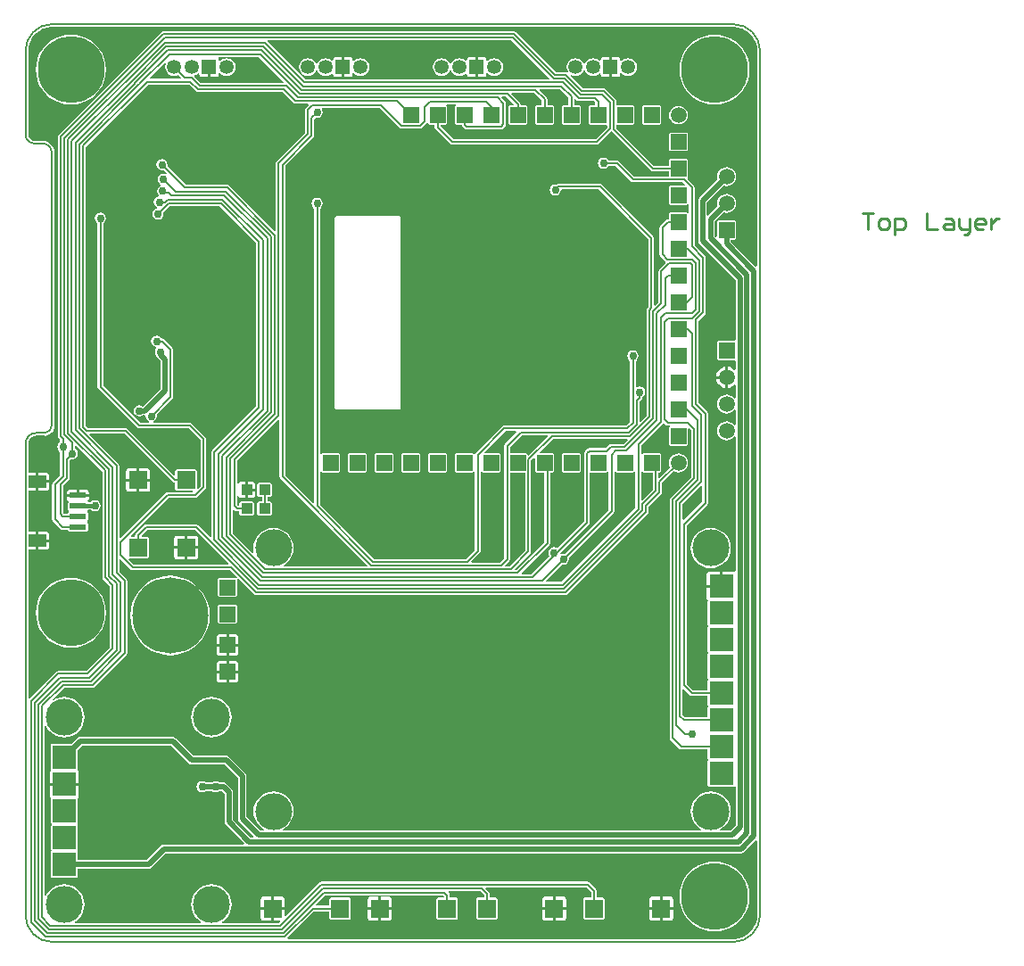
<source format=gtl>
G04 Layer_Physical_Order=1*
G04 Layer_Color=255*
%FSLAX25Y25*%
%MOIN*%
G70*
G01*
G75*
%ADD10R,0.06887X0.04724*%
%ADD11R,0.06102X0.02362*%
%ADD12R,0.04331X0.03937*%
%ADD13C,0.00800*%
%ADD14C,0.02000*%
%ADD15C,0.01500*%
%ADD16C,0.01000*%
%ADD17C,0.00799*%
%ADD18R,0.08886X0.08886*%
%ADD19C,0.13780*%
%ADD20C,0.05300*%
%ADD21R,0.05300X0.05300*%
%ADD22R,0.05905X0.05905*%
%ADD23R,0.08887X0.08887*%
%ADD24R,0.06800X0.06800*%
%ADD25C,0.05905*%
%ADD26R,0.05905X0.05905*%
%ADD27C,0.25000*%
%ADD28R,0.06800X0.06800*%
%ADD29C,0.28400*%
%ADD30C,0.03000*%
G36*
X94980Y71561D02*
Y50520D01*
X95058Y50130D01*
X95279Y49799D01*
X127774Y17304D01*
X127583Y16842D01*
X96741D01*
X96620Y17327D01*
X96858Y17455D01*
X97999Y18391D01*
X98935Y19531D01*
X99630Y20832D01*
X100059Y22244D01*
X100203Y23713D01*
X100059Y25181D01*
X99630Y26593D01*
X98935Y27894D01*
X97999Y29034D01*
X96858Y29970D01*
X95557Y30666D01*
X94145Y31094D01*
X92677Y31239D01*
X91209Y31094D01*
X89797Y30666D01*
X88496Y29970D01*
X87356Y29034D01*
X86419Y27894D01*
X85724Y26593D01*
X85296Y25181D01*
X85151Y23713D01*
X85296Y22244D01*
X85374Y21985D01*
X84945Y21729D01*
X77420Y29254D01*
Y37985D01*
X77881Y38177D01*
X78279Y37779D01*
X78610Y37558D01*
X79000Y37480D01*
X79839D01*
Y36531D01*
X80029Y36072D01*
X80488Y35882D01*
X84819D01*
X85278Y36072D01*
X85468Y36531D01*
Y40468D01*
X85278Y40928D01*
X84819Y41118D01*
X80488D01*
X80029Y40928D01*
X79839Y40468D01*
Y39756D01*
X79377Y39630D01*
X79020Y39942D01*
Y43226D01*
X79520Y43275D01*
X79546Y43141D01*
X79767Y42810D01*
X80098Y42590D01*
X80488Y42512D01*
X82153D01*
Y45500D01*
Y48488D01*
X80488D01*
X80098Y48410D01*
X79767Y48189D01*
X79546Y47859D01*
X79520Y47725D01*
X79020Y47774D01*
Y56254D01*
X94519Y71753D01*
X94980Y71561D01*
D02*
G37*
G36*
X230588Y52088D02*
X231047Y51898D01*
X234480D01*
Y45622D01*
X230482Y41623D01*
X230020Y41815D01*
Y52154D01*
X230520Y52253D01*
X230588Y52088D01*
D02*
G37*
G36*
X252980Y46925D02*
Y41069D01*
X246081Y34170D01*
X245620Y34361D01*
Y40218D01*
X252519Y47117D01*
X252980Y46925D01*
D02*
G37*
G36*
X183476Y66918D02*
X179279Y62721D01*
X179058Y62390D01*
X178980Y62000D01*
Y19922D01*
X177301Y18242D01*
X166838D01*
X166646Y18704D01*
X169721Y21779D01*
X169942Y22110D01*
X170020Y22500D01*
Y52154D01*
X170520Y52253D01*
X170588Y52088D01*
X171047Y51898D01*
X176953D01*
X177412Y52088D01*
X177602Y52547D01*
Y58453D01*
X177412Y58912D01*
X176953Y59102D01*
X171751D01*
X171544Y59602D01*
X179322Y67380D01*
X183285D01*
X183476Y66918D01*
D02*
G37*
G36*
X63699Y194379D02*
X64030Y194158D01*
X64420Y194080D01*
X95998D01*
X100099Y189979D01*
X100430Y189758D01*
X100820Y189680D01*
X105550D01*
X105741Y189218D01*
X104779Y188257D01*
X104558Y187926D01*
X104480Y187536D01*
Y178902D01*
X93859Y168281D01*
X93638Y167950D01*
X93560Y167560D01*
Y142379D01*
X93098Y142188D01*
X76165Y159121D01*
X75834Y159342D01*
X75444Y159420D01*
X60022D01*
X53025Y166417D01*
X53141Y167000D01*
X52978Y167819D01*
X52514Y168514D01*
X51819Y168978D01*
X51000Y169141D01*
X50181Y168978D01*
X49486Y168514D01*
X49022Y167819D01*
X48859Y167000D01*
X49022Y166181D01*
X49486Y165486D01*
X50181Y165022D01*
X51000Y164859D01*
X51583Y164975D01*
X52799Y163759D01*
X52480Y163371D01*
X52319Y163478D01*
X51500Y163641D01*
X50681Y163478D01*
X49986Y163014D01*
X49522Y162319D01*
X49359Y161500D01*
X49522Y160681D01*
X49986Y159986D01*
X50560Y159602D01*
X50519Y159109D01*
X50508Y159082D01*
X50489Y159078D01*
X49795Y158614D01*
X49331Y157919D01*
X49168Y157100D01*
X49331Y156281D01*
X49795Y155586D01*
X49661Y155074D01*
X49181Y154978D01*
X48486Y154514D01*
X48022Y153819D01*
X47859Y153000D01*
X48022Y152181D01*
X48486Y151486D01*
X49105Y151072D01*
X49110Y150764D01*
X49052Y150552D01*
X48681Y150478D01*
X47986Y150014D01*
X47522Y149319D01*
X47359Y148500D01*
X47522Y147681D01*
X47986Y146986D01*
X48681Y146522D01*
X49500Y146359D01*
X50319Y146522D01*
X51014Y146986D01*
X51478Y147681D01*
X51641Y148500D01*
X51525Y149083D01*
X53922Y151480D01*
X72578D01*
X86260Y137798D01*
Y76702D01*
X69779Y60221D01*
X69558Y59890D01*
X69480Y59500D01*
Y27947D01*
X69019Y27756D01*
X64553Y32221D01*
X64223Y32442D01*
X63832Y32520D01*
X45000D01*
X44610Y32442D01*
X44279Y32221D01*
X41279Y29221D01*
X41058Y28890D01*
X40980Y28500D01*
Y27951D01*
X39546D01*
X39355Y28413D01*
X53422Y42480D01*
X63500D01*
X63890Y42558D01*
X64221Y42779D01*
X67221Y45779D01*
X67442Y46110D01*
X67520Y46500D01*
Y64500D01*
X67442Y64890D01*
X67221Y65221D01*
X62221Y70221D01*
X61890Y70442D01*
X61500Y70520D01*
X47857D01*
X47808Y71020D01*
X47819Y71022D01*
X48514Y71486D01*
X48978Y72181D01*
X49141Y73000D01*
X49025Y73583D01*
X54821Y79379D01*
X55042Y79710D01*
X55120Y80100D01*
Y97900D01*
X55042Y98290D01*
X54821Y98621D01*
X51721Y101721D01*
X51390Y101942D01*
X51000Y102020D01*
X50844D01*
X50514Y102514D01*
X49819Y102978D01*
X49000Y103141D01*
X48181Y102978D01*
X47486Y102514D01*
X47022Y101819D01*
X46859Y101000D01*
X47022Y100181D01*
X47486Y99486D01*
X48181Y99022D01*
X48701Y98918D01*
X48770Y98820D01*
X48890Y98371D01*
X48522Y97819D01*
X48359Y97000D01*
X48522Y96181D01*
X48932Y95567D01*
X48993Y95260D01*
X49347Y94731D01*
X50469Y93608D01*
Y83276D01*
X43830Y76637D01*
X43319Y76978D01*
X42500Y77141D01*
X41681Y76978D01*
X40986Y76514D01*
X40522Y75819D01*
X40359Y75000D01*
X40522Y74181D01*
X40986Y73486D01*
X41681Y73022D01*
X42500Y72859D01*
X43319Y73022D01*
X43838Y73369D01*
X44422D01*
X44720Y73159D01*
X44776Y73103D01*
X44872Y72933D01*
X45022Y72181D01*
X45486Y71486D01*
X46181Y71022D01*
X46192Y71020D01*
X46143Y70520D01*
X42922D01*
X29020Y84422D01*
Y145156D01*
X29514Y145486D01*
X29978Y146181D01*
X30141Y147000D01*
X29978Y147819D01*
X29514Y148514D01*
X28819Y148978D01*
X28000Y149141D01*
X27181Y148978D01*
X26486Y148514D01*
X26022Y147819D01*
X25859Y147000D01*
X26022Y146181D01*
X26486Y145486D01*
X26980Y145156D01*
Y84000D01*
X27058Y83610D01*
X27279Y83279D01*
X41779Y68779D01*
X42110Y68558D01*
X42500Y68480D01*
X61078D01*
X65480Y64078D01*
Y46922D01*
X64549Y45991D01*
X64049Y46198D01*
Y52498D01*
X63859Y52958D01*
X63400Y53148D01*
X56600D01*
X56141Y52958D01*
X55951Y52498D01*
Y51145D01*
X55489Y50953D01*
X38221Y68221D01*
X37890Y68442D01*
X37500Y68520D01*
X23342D01*
X22520Y69342D01*
Y173598D01*
X45902Y196980D01*
X61098D01*
X63699Y194379D01*
D02*
G37*
G36*
X195257Y65518D02*
X188064Y58326D01*
X187568Y58536D01*
X187412Y58912D01*
X186953Y59102D01*
X181047D01*
X181020Y59121D01*
Y61578D01*
X185422Y65980D01*
X195065D01*
X195257Y65518D01*
D02*
G37*
G36*
X239279Y69779D02*
X239610Y69558D01*
X240000Y69480D01*
X240654D01*
X240753Y68980D01*
X240588Y68912D01*
X240398Y68453D01*
Y62547D01*
X240588Y62088D01*
X241047Y61898D01*
X246953D01*
X247412Y62088D01*
X247602Y62547D01*
Y68249D01*
X248100Y68458D01*
X248780Y67778D01*
Y50222D01*
X241079Y42521D01*
X240858Y42190D01*
X240780Y41800D01*
Y-47300D01*
X240858Y-47690D01*
X241079Y-48021D01*
X244279Y-51221D01*
X244610Y-51442D01*
X245000Y-51520D01*
X254907D01*
Y-54943D01*
X255098Y-55402D01*
X255098Y-55598D01*
X254907Y-56057D01*
Y-64943D01*
X255098Y-65403D01*
X255557Y-65593D01*
X264443D01*
X264902Y-65403D01*
X265369Y-65584D01*
Y-79824D01*
X263324Y-81869D01*
X259624D01*
X259499Y-81369D01*
X260244Y-80970D01*
X261385Y-80034D01*
X262321Y-78894D01*
X263016Y-77593D01*
X263444Y-76181D01*
X263589Y-74713D01*
X263444Y-73244D01*
X263016Y-71833D01*
X262321Y-70531D01*
X261385Y-69391D01*
X260244Y-68455D01*
X258943Y-67760D01*
X257531Y-67331D01*
X256063Y-67187D01*
X254595Y-67331D01*
X253183Y-67760D01*
X251882Y-68455D01*
X250741Y-69391D01*
X249805Y-70531D01*
X249110Y-71833D01*
X248682Y-73244D01*
X248537Y-74713D01*
X248682Y-76181D01*
X249110Y-77593D01*
X249805Y-78894D01*
X250741Y-80034D01*
X251882Y-80970D01*
X252627Y-81369D01*
X252502Y-81869D01*
X96238D01*
X96113Y-81369D01*
X96858Y-80970D01*
X97999Y-80034D01*
X98935Y-78894D01*
X99630Y-77593D01*
X100059Y-76181D01*
X100203Y-74713D01*
X100059Y-73244D01*
X99630Y-71833D01*
X98935Y-70531D01*
X97999Y-69391D01*
X96858Y-68455D01*
X95557Y-67760D01*
X94145Y-67331D01*
X92677Y-67187D01*
X91209Y-67331D01*
X89797Y-67760D01*
X88496Y-68455D01*
X87356Y-69391D01*
X86419Y-70531D01*
X85724Y-71833D01*
X85296Y-73244D01*
X85151Y-74713D01*
X85296Y-76181D01*
X85724Y-77593D01*
X86419Y-78894D01*
X87356Y-80034D01*
X88496Y-80970D01*
X89241Y-81369D01*
X89116Y-81869D01*
X87676D01*
X82631Y-76824D01*
Y-61500D01*
X82507Y-60876D01*
X82153Y-60347D01*
X76153Y-54347D01*
X75624Y-53993D01*
X75000Y-53869D01*
X62676D01*
X56154Y-47346D01*
X55624Y-46993D01*
X55000Y-46869D01*
X20500D01*
X19876Y-46993D01*
X19346Y-47346D01*
X17285Y-49408D01*
X10057D01*
X9598Y-49598D01*
X9408Y-50057D01*
Y-58943D01*
X9520Y-59214D01*
X9336Y-59336D01*
X9115Y-59667D01*
X9037Y-60057D01*
Y-64000D01*
X14500D01*
X19963D01*
Y-60057D01*
X19885Y-59667D01*
X19664Y-59336D01*
X19480Y-59214D01*
X19592Y-58943D01*
Y-51715D01*
X21176Y-50131D01*
X54324D01*
X60847Y-56653D01*
X61376Y-57007D01*
X62000Y-57131D01*
X74324D01*
X79369Y-62176D01*
Y-77500D01*
X79493Y-78124D01*
X79847Y-78654D01*
X85200Y-84007D01*
X85008Y-84469D01*
X84276D01*
X77631Y-77824D01*
Y-67500D01*
X77507Y-66876D01*
X77153Y-66347D01*
X75153Y-64346D01*
X74624Y-63993D01*
X74000Y-63869D01*
X72338D01*
X71819Y-63522D01*
X71000Y-63359D01*
X70181Y-63522D01*
X69662Y-63869D01*
X67338D01*
X66819Y-63522D01*
X66000Y-63359D01*
X65181Y-63522D01*
X64486Y-63986D01*
X64022Y-64681D01*
X63859Y-65500D01*
X64022Y-66319D01*
X64486Y-67014D01*
X65181Y-67478D01*
X66000Y-67641D01*
X66819Y-67478D01*
X67338Y-67131D01*
X69662D01*
X70181Y-67478D01*
X71000Y-67641D01*
X71819Y-67478D01*
X72338Y-67131D01*
X73324D01*
X74369Y-68176D01*
Y-78500D01*
X74493Y-79124D01*
X74847Y-79654D01*
X81800Y-86607D01*
X81608Y-87069D01*
X51800D01*
X51176Y-87193D01*
X50647Y-87546D01*
X45324Y-92869D01*
X19592D01*
Y-90057D01*
X19486Y-89800D01*
X19326Y-89326D01*
X19484Y-88943D01*
Y-80057D01*
X19326Y-79674D01*
Y-79326D01*
X19326Y-79326D01*
X19484Y-78943D01*
Y-70057D01*
X19396Y-69843D01*
X19664Y-69664D01*
X19885Y-69333D01*
X19963Y-68943D01*
Y-65000D01*
X14500D01*
X9037D01*
Y-68943D01*
X9115Y-69333D01*
X9336Y-69664D01*
X9605Y-69843D01*
X9516Y-70057D01*
Y-78943D01*
X9674Y-79326D01*
Y-79674D01*
X9674Y-79674D01*
X9516Y-80057D01*
Y-88943D01*
X9674Y-89326D01*
X9514Y-89800D01*
X9408Y-90057D01*
Y-98943D01*
X9598Y-99402D01*
X10057Y-99592D01*
X18943D01*
X19402Y-99402D01*
X19592Y-98943D01*
Y-96131D01*
X46000D01*
X46624Y-96007D01*
X47153Y-95653D01*
X52476Y-90331D01*
X267457D01*
X268081Y-90207D01*
X268610Y-89854D01*
X272980Y-85483D01*
X273480Y-85691D01*
Y-113500D01*
X273489Y-113543D01*
X273321Y-115254D01*
X272809Y-116942D01*
X271978Y-118496D01*
X270859Y-119859D01*
X269496Y-120978D01*
X267942Y-121809D01*
X266254Y-122320D01*
X264986Y-122445D01*
X264500Y-122480D01*
X264003Y-122480D01*
X264002Y-122480D01*
X98169D01*
X97961Y-121980D01*
X107922Y-112020D01*
X113549D01*
Y-114400D01*
X113739Y-114859D01*
X114198Y-115049D01*
X120998D01*
X121458Y-114859D01*
X121648Y-114400D01*
Y-107600D01*
X121458Y-107141D01*
X120998Y-106951D01*
X114198D01*
X113739Y-107141D01*
X113549Y-107600D01*
Y-109980D01*
X108635D01*
X108444Y-109519D01*
X111942Y-106020D01*
X156176D01*
X156579Y-106422D01*
Y-106951D01*
X154198D01*
X153739Y-107141D01*
X153549Y-107600D01*
Y-114400D01*
X153739Y-114859D01*
X154198Y-115049D01*
X160998D01*
X161458Y-114859D01*
X161648Y-114400D01*
Y-107600D01*
X161458Y-107141D01*
X160998Y-106951D01*
X158618D01*
Y-106000D01*
X158540Y-105610D01*
X158319Y-105279D01*
X157922Y-104882D01*
X158113Y-104420D01*
X169978D01*
X171382Y-105824D01*
Y-106951D01*
X169002D01*
X168542Y-107141D01*
X168352Y-107600D01*
Y-114400D01*
X168542Y-114859D01*
X169002Y-115049D01*
X175802D01*
X176261Y-114859D01*
X176451Y-114400D01*
Y-107600D01*
X176261Y-107141D01*
X175802Y-106951D01*
X173421D01*
Y-105402D01*
X173344Y-105011D01*
X173123Y-104681D01*
X171923Y-103481D01*
X172115Y-103020D01*
X209578D01*
X211382Y-104824D01*
Y-106951D01*
X209002D01*
X208542Y-107141D01*
X208352Y-107600D01*
Y-114400D01*
X208542Y-114859D01*
X209002Y-115049D01*
X215802D01*
X216261Y-114859D01*
X216451Y-114400D01*
Y-107600D01*
X216261Y-107141D01*
X215802Y-106951D01*
X213421D01*
Y-104402D01*
X213344Y-104011D01*
X213123Y-103681D01*
X210721Y-101279D01*
X210390Y-101058D01*
X210000Y-100980D01*
X110500D01*
X110110Y-101058D01*
X109779Y-101279D01*
X97283Y-113775D01*
X96821Y-113584D01*
Y-111500D01*
X92902D01*
Y-115420D01*
X94985D01*
X95177Y-115882D01*
X94688Y-116370D01*
X73564D01*
X73443Y-115885D01*
X73681Y-115758D01*
X74822Y-114822D01*
X75758Y-113681D01*
X76453Y-112380D01*
X76881Y-110968D01*
X77026Y-109500D01*
X76881Y-108032D01*
X76453Y-106620D01*
X75758Y-105319D01*
X74822Y-104178D01*
X73681Y-103242D01*
X72380Y-102547D01*
X70968Y-102119D01*
X69500Y-101974D01*
X68032Y-102119D01*
X66620Y-102547D01*
X65319Y-103242D01*
X64178Y-104178D01*
X63242Y-105319D01*
X62547Y-106620D01*
X62119Y-108032D01*
X61974Y-109500D01*
X62119Y-110968D01*
X62547Y-112380D01*
X63242Y-113681D01*
X64178Y-114822D01*
X65319Y-115758D01*
X65557Y-115885D01*
X65436Y-116370D01*
X46110D01*
X46110Y-116370D01*
X18564D01*
X18443Y-115885D01*
X18681Y-115758D01*
X19822Y-114822D01*
X20758Y-113681D01*
X21453Y-112380D01*
X21881Y-110968D01*
X22026Y-109500D01*
X21881Y-108032D01*
X21453Y-106620D01*
X20758Y-105319D01*
X19822Y-104178D01*
X18681Y-103242D01*
X17380Y-102547D01*
X15968Y-102119D01*
X14500Y-101974D01*
X13032Y-102119D01*
X11620Y-102547D01*
X10319Y-103242D01*
X9178Y-104178D01*
X8242Y-105319D01*
X7720Y-106297D01*
X7220Y-106172D01*
Y-42828D01*
X7720Y-42703D01*
X8242Y-43681D01*
X9178Y-44822D01*
X10319Y-45758D01*
X11620Y-46453D01*
X13032Y-46881D01*
X14500Y-47026D01*
X15968Y-46881D01*
X17380Y-46453D01*
X18681Y-45758D01*
X19822Y-44822D01*
X20758Y-43681D01*
X21453Y-42380D01*
X21881Y-40968D01*
X22026Y-39500D01*
X21881Y-38032D01*
X21453Y-36620D01*
X20758Y-35319D01*
X19822Y-34178D01*
X18681Y-33242D01*
X17380Y-32547D01*
X15968Y-32119D01*
X14500Y-31974D01*
X13032Y-32119D01*
X11620Y-32547D01*
X10508Y-33141D01*
X10206Y-32735D01*
X14422Y-28520D01*
X25000D01*
X25390Y-28442D01*
X25721Y-28221D01*
X37721Y-16221D01*
X37942Y-15890D01*
X38020Y-15500D01*
Y11480D01*
X37942Y11870D01*
X37721Y12201D01*
X35020Y14902D01*
Y19385D01*
X35482Y19577D01*
X39279Y15779D01*
X39610Y15558D01*
X40000Y15480D01*
X76430D01*
X78990Y12921D01*
X78707Y12497D01*
X78651Y12520D01*
X78453Y12602D01*
X72547D01*
X72088Y12412D01*
X71898Y11953D01*
Y6047D01*
X72088Y5588D01*
X72547Y5398D01*
X78453D01*
X78912Y5588D01*
X79102Y6047D01*
Y11953D01*
X79020Y12151D01*
X78997Y12207D01*
X79421Y12490D01*
X85432Y6479D01*
X85762Y6258D01*
X86153Y6180D01*
X201880D01*
X202270Y6258D01*
X202601Y6479D01*
X232521Y36399D01*
X232742Y36730D01*
X232820Y37120D01*
Y39098D01*
X237621Y43899D01*
X237842Y44230D01*
X237920Y44620D01*
Y47978D01*
X242300Y52359D01*
X243073Y52039D01*
X244000Y51917D01*
X244927Y52039D01*
X245792Y52397D01*
X246534Y52966D01*
X247103Y53708D01*
X247461Y54573D01*
X247583Y55500D01*
X247461Y56427D01*
X247103Y57292D01*
X246534Y58034D01*
X245792Y58603D01*
X244927Y58961D01*
X244000Y59083D01*
X243073Y58961D01*
X242208Y58603D01*
X241466Y58034D01*
X240897Y57292D01*
X240539Y56427D01*
X240417Y55500D01*
X240539Y54573D01*
X240859Y53800D01*
X236982Y49924D01*
X236520Y50115D01*
Y51898D01*
X236953D01*
X237412Y52088D01*
X237602Y52547D01*
Y58453D01*
X237412Y58912D01*
X236953Y59102D01*
X231047D01*
X230588Y58912D01*
X230520Y58747D01*
X230020Y58846D01*
Y62098D01*
X238101Y70179D01*
X238129Y70222D01*
X238752Y70306D01*
X239279Y69779D01*
D02*
G37*
G36*
X55181Y48377D02*
X55511Y48156D01*
X55902Y48079D01*
X55951D01*
Y45698D01*
X56141Y45239D01*
X56600Y45049D01*
X62330D01*
X62598Y44549D01*
X62578Y44520D01*
X53000D01*
X52610Y44442D01*
X52279Y44221D01*
X35482Y27424D01*
X35020Y27615D01*
Y54440D01*
X34942Y54830D01*
X34721Y55161D01*
X23863Y66018D01*
X24055Y66480D01*
X37078D01*
X55181Y48377D01*
D02*
G37*
G36*
X186933Y22875D02*
X180901Y16842D01*
X179438D01*
X179246Y17304D01*
X180721Y18779D01*
X180942Y19110D01*
X181020Y19500D01*
Y51879D01*
X181047Y51898D01*
X186933D01*
Y22875D01*
D02*
G37*
G36*
X190398Y57122D02*
Y52547D01*
X190588Y52088D01*
X191047Y51898D01*
X193980D01*
Y25922D01*
X183501Y15442D01*
X183038D01*
X182846Y15904D01*
X188674Y21732D01*
X188895Y22063D01*
X188972Y22453D01*
Y56350D01*
X189936Y57314D01*
X190398Y57122D01*
D02*
G37*
G36*
X248279Y-31221D02*
X248610Y-31442D01*
X249000Y-31520D01*
X254907D01*
Y-34943D01*
X255098Y-35403D01*
X255098Y-35598D01*
X254907Y-36057D01*
Y-39480D01*
X246422D01*
X245620Y-38678D01*
Y-29215D01*
X246081Y-29024D01*
X248279Y-31221D01*
D02*
G37*
G36*
X220588Y52088D02*
X221047Y51898D01*
X226953D01*
X227412Y52088D01*
X227480Y52253D01*
X227980Y52154D01*
Y38702D01*
X200298Y11020D01*
X194615D01*
X194423Y11481D01*
X200417Y17475D01*
X201000Y17359D01*
X201819Y17522D01*
X202514Y17986D01*
X202978Y18681D01*
X203141Y19500D01*
X203025Y20083D01*
X219721Y36779D01*
X219942Y37110D01*
X220020Y37500D01*
Y52154D01*
X220520Y52253D01*
X220588Y52088D01*
D02*
G37*
G36*
X225036Y64018D02*
X223537Y62520D01*
X218700D01*
X218310Y62442D01*
X217979Y62221D01*
X216778Y61020D01*
X210700D01*
X210310Y60942D01*
X209979Y60721D01*
X209079Y59821D01*
X208858Y59490D01*
X208780Y59100D01*
Y33722D01*
X198749Y23691D01*
X198319Y23978D01*
X197500Y24141D01*
X196681Y23978D01*
X195986Y23514D01*
X195522Y22819D01*
X195359Y22000D01*
X195522Y21181D01*
X195809Y20751D01*
X188978Y13920D01*
X185515D01*
X185324Y14381D01*
X195721Y24779D01*
X195942Y25110D01*
X196020Y25500D01*
Y51898D01*
X196953D01*
X197412Y52088D01*
X197602Y52547D01*
Y58453D01*
X197412Y58912D01*
X196953Y59102D01*
X192378D01*
X192186Y59564D01*
X197103Y64480D01*
X224845D01*
X225036Y64018D01*
D02*
G37*
G36*
X217980Y52154D02*
Y37922D01*
X201583Y21525D01*
X201000Y21641D01*
X200181Y21478D01*
X200027Y21375D01*
X200007Y21386D01*
X199701Y21759D01*
X210521Y32579D01*
X210742Y32910D01*
X210820Y33300D01*
Y51746D01*
X211047Y51898D01*
X216953D01*
X217412Y52088D01*
X217480Y52253D01*
X217980Y52154D01*
D02*
G37*
G36*
X75909Y17981D02*
X75718Y17520D01*
X40422D01*
X38583Y19359D01*
X38797Y19852D01*
X45400D01*
X45859Y20042D01*
X46049Y20502D01*
Y27302D01*
X45859Y27761D01*
X45400Y27951D01*
X43600D01*
X43393Y28451D01*
X45422Y30480D01*
X63410D01*
X75909Y17981D01*
D02*
G37*
G36*
X264500Y218480D02*
Y218480D01*
X264985Y218445D01*
X266254Y218321D01*
X267942Y217809D01*
X269496Y216978D01*
X270859Y215859D01*
X271978Y214496D01*
X272809Y212942D01*
X273321Y211255D01*
X273446Y209986D01*
X273480Y209500D01*
X273480Y209003D01*
X273480Y209002D01*
Y129034D01*
X272980Y128827D01*
X263631Y138176D01*
Y138898D01*
X264953D01*
X265412Y139088D01*
X265602Y139547D01*
Y145453D01*
X265412Y145912D01*
X264953Y146102D01*
X259047D01*
X258588Y145912D01*
X258398Y145453D01*
Y140163D01*
X257916Y139948D01*
X257631Y140171D01*
Y145824D01*
X260912Y149105D01*
X261073Y149039D01*
X262000Y148917D01*
X262927Y149039D01*
X263792Y149397D01*
X264534Y149966D01*
X265103Y150708D01*
X265461Y151573D01*
X265583Y152500D01*
X265461Y153427D01*
X265103Y154292D01*
X264534Y155034D01*
X263792Y155603D01*
X262927Y155961D01*
X262000Y156083D01*
X261073Y155961D01*
X260208Y155603D01*
X259466Y155034D01*
X258897Y154292D01*
X258539Y153427D01*
X258417Y152500D01*
X258539Y151573D01*
X258605Y151412D01*
X255131Y147938D01*
X254631Y148145D01*
Y152824D01*
X260912Y159105D01*
X261073Y159039D01*
X262000Y158917D01*
X262927Y159039D01*
X263792Y159397D01*
X264534Y159966D01*
X265103Y160708D01*
X265461Y161573D01*
X265583Y162500D01*
X265461Y163427D01*
X265103Y164292D01*
X264534Y165034D01*
X263792Y165603D01*
X262927Y165961D01*
X262000Y166083D01*
X261073Y165961D01*
X260208Y165603D01*
X259466Y165034D01*
X258897Y164292D01*
X258539Y163427D01*
X258417Y162500D01*
X258539Y161573D01*
X258605Y161412D01*
X251847Y154654D01*
X251493Y154124D01*
X251369Y153500D01*
Y138500D01*
X251493Y137876D01*
X251847Y137346D01*
X265369Y123824D01*
Y101380D01*
X264953Y101102D01*
X264953Y101102D01*
X259047D01*
X258588Y100912D01*
X258398Y100453D01*
Y94547D01*
X258588Y94088D01*
X259047Y93898D01*
X264953D01*
X264953Y93898D01*
X265369Y93620D01*
Y90381D01*
X264895Y90220D01*
X264819Y90319D01*
X263993Y90953D01*
X263032Y91351D01*
X262500Y91421D01*
Y87500D01*
Y83579D01*
X263032Y83649D01*
X263993Y84047D01*
X264819Y84681D01*
X264895Y84780D01*
X265369Y84619D01*
Y79767D01*
X264869Y79598D01*
X264534Y80034D01*
X263792Y80603D01*
X262927Y80961D01*
X262000Y81083D01*
X261073Y80961D01*
X260208Y80603D01*
X259466Y80034D01*
X258897Y79292D01*
X258539Y78427D01*
X258417Y77500D01*
X258539Y76573D01*
X258897Y75708D01*
X259466Y74966D01*
X260208Y74397D01*
X261073Y74039D01*
X262000Y73917D01*
X262927Y74039D01*
X263792Y74397D01*
X264534Y74966D01*
X264869Y75402D01*
X265369Y75233D01*
Y69767D01*
X264869Y69598D01*
X264534Y70034D01*
X263792Y70603D01*
X262927Y70961D01*
X262000Y71083D01*
X261073Y70961D01*
X260208Y70603D01*
X259466Y70034D01*
X258897Y69292D01*
X258539Y68427D01*
X258417Y67500D01*
X258539Y66573D01*
X258897Y65708D01*
X259466Y64966D01*
X260208Y64397D01*
X261073Y64039D01*
X262000Y63917D01*
X262927Y64039D01*
X263792Y64397D01*
X264534Y64966D01*
X264869Y65403D01*
X265369Y65233D01*
Y15129D01*
X264869Y14862D01*
X264833Y14885D01*
X264443Y14963D01*
X260500D01*
Y9500D01*
X260000D01*
Y9000D01*
X254537D01*
Y5057D01*
X254615Y4667D01*
X254836Y4336D01*
X255019Y4213D01*
X254907Y3943D01*
Y-4943D01*
X255098Y-5403D01*
X255098Y-5598D01*
X254907Y-6057D01*
Y-14943D01*
X255098Y-15403D01*
X255098Y-15597D01*
X254907Y-16057D01*
Y-24943D01*
X255098Y-25403D01*
X255098Y-25598D01*
X254907Y-26057D01*
Y-29480D01*
X249422D01*
X247020Y-27078D01*
Y32224D01*
X254721Y39925D01*
X254942Y40256D01*
X255020Y40646D01*
Y73980D01*
X254942Y74370D01*
X254721Y74701D01*
X251520Y77902D01*
Y108598D01*
X253921Y110999D01*
X254142Y111330D01*
X254220Y111720D01*
Y132300D01*
X254142Y132690D01*
X253921Y133021D01*
X250020Y136922D01*
Y158500D01*
X249942Y158890D01*
X249721Y159221D01*
X247319Y161623D01*
X247412Y162088D01*
X247602Y162547D01*
Y168453D01*
X247412Y168912D01*
X246953Y169102D01*
X241047D01*
X240588Y168912D01*
X240398Y168453D01*
Y166520D01*
X234922D01*
X220820Y180622D01*
Y181746D01*
X221047Y181898D01*
X226953D01*
X227412Y182088D01*
X227602Y182547D01*
Y188453D01*
X227412Y188912D01*
X226953Y189102D01*
X221047D01*
X220820Y189254D01*
Y190800D01*
X220742Y191190D01*
X220521Y191521D01*
X216821Y195221D01*
X216490Y195442D01*
X216100Y195520D01*
X208382D01*
X203652Y200249D01*
X203900Y200661D01*
X204691Y200334D01*
X205539Y200222D01*
X206388Y200334D01*
X207178Y200661D01*
X207857Y201182D01*
X208378Y201861D01*
X208566Y202314D01*
X209107D01*
X209295Y201861D01*
X209816Y201182D01*
X210495Y200661D01*
X211285Y200334D01*
X212134Y200222D01*
X212982Y200334D01*
X213773Y200661D01*
X214452Y201182D01*
X214487Y201228D01*
X214960Y201067D01*
Y200850D01*
X215038Y200460D01*
X215259Y200129D01*
X215590Y199908D01*
X215980Y199830D01*
X218130D01*
Y203500D01*
Y207170D01*
X215980D01*
X215590Y207092D01*
X215259Y206871D01*
X215038Y206540D01*
X214960Y206150D01*
Y205933D01*
X214487Y205772D01*
X214452Y205818D01*
X213773Y206339D01*
X212982Y206666D01*
X212134Y206778D01*
X211285Y206666D01*
X210495Y206339D01*
X209816Y205818D01*
X209295Y205139D01*
X209107Y204686D01*
X208566D01*
X208378Y205139D01*
X207857Y205818D01*
X207178Y206339D01*
X206388Y206666D01*
X205539Y206778D01*
X204691Y206666D01*
X203900Y206339D01*
X203222Y205818D01*
X202700Y205139D01*
X202373Y204348D01*
X202261Y203500D01*
X202373Y202652D01*
X202700Y201861D01*
X202782Y201754D01*
X202436Y201385D01*
X202350Y201442D01*
X201960Y201520D01*
X198402D01*
X183301Y216621D01*
X182970Y216842D01*
X182580Y216920D01*
X51420D01*
X51030Y216842D01*
X50699Y216621D01*
X12379Y178301D01*
X12158Y177970D01*
X12080Y177580D01*
Y65440D01*
X12158Y65050D01*
X12379Y64719D01*
X12980Y64118D01*
Y63344D01*
X12486Y63014D01*
X12022Y62319D01*
X11859Y61500D01*
X12022Y60681D01*
X12486Y59986D01*
X12980Y59656D01*
Y50922D01*
X10279Y48221D01*
X10058Y47890D01*
X9980Y47500D01*
Y34500D01*
X10058Y34110D01*
X10279Y33779D01*
X13185Y30874D01*
X13515Y30652D01*
X13905Y30575D01*
X15927D01*
Y30413D01*
X16118Y29954D01*
X16577Y29764D01*
X22679D01*
X23138Y29954D01*
X23329Y30413D01*
Y32776D01*
X23138Y33235D01*
X22999Y33292D01*
Y33834D01*
X23138Y33891D01*
X23329Y34350D01*
Y36713D01*
X23138Y37172D01*
X22999Y37229D01*
Y37695D01*
X23113Y37817D01*
X23138Y37828D01*
X23151Y37859D01*
X23366Y38092D01*
X24415D01*
X24486Y37986D01*
X25181Y37522D01*
X26000Y37359D01*
X26819Y37522D01*
X27514Y37986D01*
X27978Y38681D01*
X28141Y39500D01*
X27978Y40319D01*
X27514Y41014D01*
X26819Y41478D01*
X26000Y41641D01*
X25181Y41478D01*
X24486Y41014D01*
X24373Y40845D01*
X23563D01*
X23294Y41345D01*
X23398Y41502D01*
X23400Y41503D01*
X23621Y41834D01*
X23699Y42224D01*
Y42906D01*
X19628D01*
X15557D01*
Y42224D01*
X15635Y41834D01*
X15856Y41503D01*
X15858Y41502D01*
X16116Y41110D01*
X16009Y40846D01*
X15927Y40650D01*
Y38287D01*
X16118Y37828D01*
X16257Y37771D01*
Y37229D01*
X16118Y37172D01*
X15927Y36713D01*
Y36551D01*
X14391D01*
X14020Y36922D01*
Y47098D01*
X16121Y49199D01*
X16342Y49530D01*
X16420Y49920D01*
Y56478D01*
X16917Y56975D01*
X17500Y56859D01*
X18319Y57022D01*
X19014Y57486D01*
X19478Y58181D01*
X19641Y59000D01*
X19478Y59819D01*
X19014Y60514D01*
X18520Y60844D01*
Y61885D01*
X18981Y62076D01*
X28780Y52278D01*
Y12720D01*
X28858Y12330D01*
X29079Y11999D01*
X31580Y9498D01*
Y-13538D01*
X22838Y-22280D01*
X12240D01*
X11850Y-22358D01*
X11519Y-22579D01*
X1520Y-32579D01*
X1020Y-32372D01*
Y23087D01*
X1029Y23095D01*
X3972D01*
Y26476D01*
Y29858D01*
X1029D01*
X1020Y29866D01*
Y45134D01*
X1029Y45142D01*
X3972D01*
Y48524D01*
Y51905D01*
X1029D01*
X1020Y51913D01*
Y62700D01*
X1025D01*
X1126Y63470D01*
X1423Y64188D01*
X1896Y64804D01*
X2512Y65277D01*
X3230Y65574D01*
X4000Y65675D01*
Y65680D01*
X4002Y65681D01*
X6998D01*
X7000Y65680D01*
Y65667D01*
X7992Y65798D01*
X8916Y66181D01*
X9710Y66790D01*
X10319Y67584D01*
X10702Y68508D01*
X10833Y69500D01*
X10820D01*
Y171500D01*
X10838D01*
X10687Y172649D01*
X10243Y173719D01*
X9538Y174638D01*
X8619Y175343D01*
X7549Y175787D01*
X6400Y175938D01*
Y175920D01*
X6398Y175919D01*
X3402D01*
X3400Y175920D01*
Y175920D01*
X2932Y175997D01*
X2483Y176086D01*
X1706Y176606D01*
X1186Y177383D01*
X1012Y178261D01*
X1020Y178300D01*
Y209500D01*
X1011Y209543D01*
X1180Y211255D01*
X1691Y212942D01*
X2522Y214496D01*
X3641Y215859D01*
X5004Y216978D01*
X6558Y217809D01*
X8246Y218320D01*
X9514Y218445D01*
X10000Y218480D01*
Y218480D01*
X10002Y218481D01*
X264498D01*
X264500Y218480D01*
D02*
G37*
G36*
X96556Y197982D02*
X96365Y197520D01*
X65422D01*
X63083Y199859D01*
X63076Y199893D01*
X63218Y200431D01*
X63773Y200661D01*
X64452Y201182D01*
X64487Y201228D01*
X64960Y201067D01*
Y200850D01*
X65038Y200460D01*
X65259Y200129D01*
X65590Y199908D01*
X65980Y199830D01*
X68130D01*
Y203500D01*
X69130D01*
Y199830D01*
X71280D01*
X71670Y199908D01*
X72001Y200129D01*
X72222Y200460D01*
X72299Y200850D01*
Y201152D01*
X72799Y201322D01*
X72907Y201182D01*
X73585Y200661D01*
X74376Y200334D01*
X75224Y200222D01*
X76073Y200334D01*
X76863Y200661D01*
X77542Y201182D01*
X78063Y201861D01*
X78391Y202652D01*
X78502Y203500D01*
X78391Y204348D01*
X78063Y205139D01*
X77542Y205818D01*
X76863Y206339D01*
X76073Y206666D01*
X75224Y206778D01*
X74376Y206666D01*
X73585Y206339D01*
X72907Y205818D01*
X72799Y205679D01*
X72299Y205848D01*
Y206150D01*
X72222Y206540D01*
X72061Y206780D01*
X72166Y207110D01*
X72283Y207280D01*
X87258D01*
X96556Y197982D01*
D02*
G37*
G36*
X139779Y180779D02*
X140110Y180558D01*
X140500Y180480D01*
X147400D01*
X147790Y180558D01*
X148121Y180779D01*
X149721Y182379D01*
X149898Y182644D01*
X150160Y182638D01*
X150398Y182561D01*
Y182547D01*
X150588Y182088D01*
X151047Y181898D01*
X152980D01*
Y181000D01*
X153058Y180610D01*
X153279Y180279D01*
X158779Y174779D01*
X159110Y174558D01*
X159500Y174480D01*
X213500D01*
X213890Y174558D01*
X214221Y174779D01*
X218935Y179493D01*
X219079Y179479D01*
X233779Y164779D01*
X234110Y164558D01*
X234500Y164480D01*
X240398D01*
Y162547D01*
X240379Y162520D01*
X227422D01*
X221721Y168221D01*
X221390Y168442D01*
X221000Y168520D01*
X217844D01*
X217514Y169014D01*
X216819Y169478D01*
X216000Y169641D01*
X215181Y169478D01*
X214486Y169014D01*
X214022Y168319D01*
X213859Y167500D01*
X214022Y166681D01*
X214486Y165986D01*
X215181Y165522D01*
X216000Y165359D01*
X216819Y165522D01*
X217514Y165986D01*
X217844Y166480D01*
X220578D01*
X226279Y160779D01*
X226610Y160558D01*
X227000Y160480D01*
X245578D01*
X246456Y159602D01*
X246249Y159102D01*
X241047D01*
X240588Y158912D01*
X240398Y158453D01*
Y152547D01*
X240588Y152088D01*
X241047Y151898D01*
X246953D01*
X247412Y152088D01*
X247480Y152253D01*
X247980Y152154D01*
Y148846D01*
X247480Y148747D01*
X247412Y148912D01*
X246953Y149102D01*
X241047D01*
X240588Y148912D01*
X240398Y148453D01*
Y146520D01*
X240000D01*
X239610Y146442D01*
X239279Y146221D01*
X237279Y144221D01*
X237058Y143890D01*
X236980Y143500D01*
Y133390D01*
X237058Y133000D01*
X237279Y132669D01*
X239169Y130779D01*
X239209Y130151D01*
X236879Y127821D01*
X236658Y127490D01*
X236580Y127100D01*
Y115502D01*
X235382Y114303D01*
X234920Y114495D01*
Y139600D01*
X234842Y139990D01*
X234621Y140321D01*
X215421Y159521D01*
X215090Y159742D01*
X214700Y159820D01*
X199300D01*
X198910Y159742D01*
X198585Y159525D01*
X198000Y159641D01*
X197181Y159478D01*
X196486Y159014D01*
X196022Y158319D01*
X195859Y157500D01*
X196022Y156681D01*
X196486Y155986D01*
X197181Y155522D01*
X198000Y155359D01*
X198819Y155522D01*
X199514Y155986D01*
X199978Y156681D01*
X200141Y157500D01*
X200371Y157780D01*
X214278D01*
X232880Y139178D01*
Y113782D01*
X232459Y113361D01*
X232238Y113030D01*
X232160Y112640D01*
Y73122D01*
X229882Y70844D01*
X229420Y71035D01*
Y78478D01*
X230221Y79279D01*
X230442Y79610D01*
X230520Y80000D01*
Y80156D01*
X231014Y80486D01*
X231478Y81181D01*
X231641Y82000D01*
X231478Y82819D01*
X231014Y83514D01*
X230319Y83978D01*
X229500Y84141D01*
X228681Y83978D01*
X228461Y83831D01*
X228020Y84067D01*
Y93656D01*
X228514Y93986D01*
X228978Y94681D01*
X229141Y95500D01*
X228978Y96319D01*
X228514Y97014D01*
X227819Y97478D01*
X227000Y97641D01*
X226181Y97478D01*
X225486Y97014D01*
X225022Y96319D01*
X224859Y95500D01*
X225022Y94681D01*
X225486Y93986D01*
X225980Y93656D01*
Y70902D01*
X224498Y69420D01*
X178900D01*
X178510Y69342D01*
X178179Y69121D01*
X168279Y59221D01*
X168058Y58890D01*
X168027Y58734D01*
X167507Y58683D01*
X167412Y58912D01*
X166953Y59102D01*
X161047D01*
X160588Y58912D01*
X160398Y58453D01*
Y52547D01*
X160588Y52088D01*
X161047Y51898D01*
X166953D01*
X167412Y52088D01*
X167480Y52253D01*
X167980Y52154D01*
Y22922D01*
X164700Y19642D01*
X130299D01*
X110020Y39922D01*
Y52154D01*
X110520Y52253D01*
X110588Y52088D01*
X111047Y51898D01*
X116953D01*
X117412Y52088D01*
X117602Y52547D01*
Y58453D01*
X117412Y58912D01*
X116953Y59102D01*
X111047D01*
X110588Y58912D01*
X110520Y58747D01*
X110020Y58846D01*
Y150656D01*
X110514Y150986D01*
X110978Y151681D01*
X111141Y152500D01*
X110978Y153319D01*
X110514Y154014D01*
X109819Y154478D01*
X109000Y154641D01*
X108181Y154478D01*
X107486Y154014D01*
X107022Y153319D01*
X106859Y152500D01*
X107022Y151681D01*
X107486Y150986D01*
X107980Y150656D01*
Y40635D01*
X107518Y40444D01*
X97020Y50942D01*
Y166578D01*
X107621Y177179D01*
X107842Y177510D01*
X107920Y177900D01*
Y183978D01*
X108417Y184475D01*
X109000Y184359D01*
X109819Y184522D01*
X110514Y184986D01*
X110978Y185681D01*
X111141Y186500D01*
X110978Y187319D01*
X110670Y187780D01*
X110937Y188280D01*
X132278D01*
X139779Y180779D01*
D02*
G37*
G36*
X52639Y204990D02*
X52373Y204348D01*
X52261Y203500D01*
X52373Y202652D01*
X52701Y201861D01*
X53221Y201182D01*
X53900Y200661D01*
X54691Y200334D01*
X55539Y200222D01*
X56388Y200334D01*
X57007Y200590D01*
X58116Y199481D01*
X57925Y199020D01*
X46615D01*
X46424Y199481D01*
X52215Y205273D01*
X52639Y204990D01*
D02*
G37*
G36*
X195877Y199181D02*
X195685Y198720D01*
X104662D01*
X90401Y212980D01*
X90608Y213480D01*
X181578D01*
X195877Y199181D01*
D02*
G37*
G36*
X202980Y192078D02*
Y189102D01*
X201047D01*
X200588Y188912D01*
X200398Y188453D01*
Y182547D01*
X200588Y182088D01*
X201047Y181898D01*
X206953D01*
X207412Y182088D01*
X207602Y182547D01*
Y188453D01*
X207412Y188912D01*
X206953Y189102D01*
X205020D01*
Y191385D01*
X205482Y191577D01*
X206079Y190979D01*
X206410Y190758D01*
X206800Y190680D01*
X212478D01*
X212980Y190178D01*
Y189102D01*
X211047D01*
X210588Y188912D01*
X210398Y188453D01*
Y182547D01*
X210588Y182088D01*
X211047Y181898D01*
X216953D01*
X216965Y181903D01*
X217380Y181625D01*
Y180822D01*
X213078Y176520D01*
X159922D01*
X155044Y181398D01*
X155079Y181898D01*
X156953D01*
X157412Y182088D01*
X157602Y182547D01*
Y188453D01*
X157412Y188912D01*
X157247Y188980D01*
X157346Y189480D01*
X160654D01*
X160753Y188980D01*
X160588Y188912D01*
X160398Y188453D01*
Y182547D01*
X160588Y182088D01*
X161047Y181898D01*
X163001D01*
X163058Y181610D01*
X163279Y181279D01*
X164086Y180472D01*
X164417Y180251D01*
X164807Y180173D01*
X177693D01*
X178083Y180251D01*
X178414Y180472D01*
X179321Y181379D01*
X179542Y181710D01*
X179620Y182100D01*
Y189900D01*
X179542Y190290D01*
X179321Y190621D01*
X177924Y192018D01*
X178115Y192480D01*
X179578D01*
X182494Y189564D01*
X182303Y189102D01*
X181047D01*
X180588Y188912D01*
X180398Y188453D01*
Y182547D01*
X180588Y182088D01*
X181047Y181898D01*
X186953D01*
X187412Y182088D01*
X187602Y182547D01*
Y188453D01*
X187412Y188912D01*
X186953Y189102D01*
X185020D01*
Y189500D01*
X184942Y189890D01*
X184721Y190221D01*
X181524Y193419D01*
X181715Y193880D01*
X190178D01*
X192980Y191078D01*
Y189102D01*
X191047D01*
X190588Y188912D01*
X190398Y188453D01*
Y182547D01*
X190588Y182088D01*
X191047Y181898D01*
X196953D01*
X197412Y182088D01*
X197602Y182547D01*
Y188453D01*
X197412Y188912D01*
X196953Y189102D01*
X195020D01*
Y191500D01*
X194942Y191890D01*
X194721Y192221D01*
X192123Y194818D01*
X192315Y195280D01*
X199778D01*
X202980Y192078D01*
D02*
G37*
%LPC*%
G36*
X84819Y48488D02*
X83153D01*
Y46000D01*
X85839D01*
Y47469D01*
X85761Y47859D01*
X85540Y48189D01*
X85209Y48410D01*
X84819Y48488D01*
D02*
G37*
G36*
X91512Y48118D02*
X87181D01*
X86722Y47928D01*
X86532Y47469D01*
Y43532D01*
X86722Y43072D01*
X87181Y42882D01*
X88327D01*
Y41118D01*
X87181D01*
X86722Y40928D01*
X86532Y40468D01*
Y36531D01*
X86722Y36072D01*
X87181Y35882D01*
X91512D01*
X91971Y36072D01*
X92161Y36531D01*
Y40468D01*
X91971Y40928D01*
X91512Y41118D01*
X90366D01*
Y42882D01*
X91512D01*
X91971Y43072D01*
X92161Y43532D01*
Y47469D01*
X91971Y47928D01*
X91512Y48118D01*
D02*
G37*
G36*
X85839Y45000D02*
X83153D01*
Y42512D01*
X84819D01*
X85209Y42590D01*
X85540Y42810D01*
X85761Y43141D01*
X85839Y43532D01*
Y45000D01*
D02*
G37*
G36*
X79472Y-13000D02*
X76000D01*
Y-16472D01*
X78453D01*
X78843Y-16395D01*
X79174Y-16174D01*
X79395Y-15843D01*
X79472Y-15453D01*
Y-13000D01*
D02*
G37*
G36*
X75000Y-23000D02*
X71528D01*
Y-25453D01*
X71605Y-25843D01*
X71826Y-26174D01*
X72157Y-26395D01*
X72547Y-26472D01*
X75000D01*
Y-23000D01*
D02*
G37*
G36*
X79472D02*
X76000D01*
Y-26472D01*
X78453D01*
X78843Y-26395D01*
X79174Y-26174D01*
X79395Y-25843D01*
X79472Y-25453D01*
Y-23000D01*
D02*
G37*
G36*
X78453Y-18528D02*
X76000D01*
Y-22000D01*
X79472D01*
Y-19547D01*
X79395Y-19157D01*
X79174Y-18826D01*
X78843Y-18605D01*
X78453Y-18528D01*
D02*
G37*
G36*
X75000Y-13000D02*
X71528D01*
Y-15453D01*
X71605Y-15843D01*
X71826Y-16174D01*
X72157Y-16395D01*
X72547Y-16472D01*
X75000D01*
Y-13000D01*
D02*
G37*
G36*
Y-18528D02*
X72547D01*
X72157Y-18605D01*
X71826Y-18826D01*
X71605Y-19157D01*
X71528Y-19547D01*
Y-22000D01*
X75000D01*
Y-18528D01*
D02*
G37*
G36*
X78453Y2602D02*
X72547D01*
X72088Y2412D01*
X71898Y1953D01*
Y-3953D01*
X72088Y-4412D01*
X72547Y-4602D01*
X78453D01*
X78912Y-4412D01*
X79102Y-3953D01*
Y1953D01*
X78912Y2412D01*
X78453Y2602D01*
D02*
G37*
G36*
X54000Y13346D02*
X51678Y13163D01*
X49412Y12619D01*
X47260Y11728D01*
X45274Y10510D01*
X43503Y8997D01*
X41989Y7226D01*
X40772Y5240D01*
X39881Y3088D01*
X39337Y822D01*
X39154Y-1500D01*
X39337Y-3822D01*
X39881Y-6088D01*
X40772Y-8240D01*
X41989Y-10226D01*
X43503Y-11998D01*
X45274Y-13510D01*
X47260Y-14728D01*
X49412Y-15619D01*
X51678Y-16163D01*
X54000Y-16346D01*
X56322Y-16163D01*
X58588Y-15619D01*
X60740Y-14728D01*
X62726Y-13510D01*
X64498Y-11998D01*
X66010Y-10226D01*
X67228Y-8240D01*
X68119Y-6088D01*
X68663Y-3822D01*
X68846Y-1500D01*
X68663Y822D01*
X68119Y3088D01*
X67228Y5240D01*
X66010Y7226D01*
X64498Y8997D01*
X62726Y10510D01*
X60740Y11728D01*
X58588Y12619D01*
X56322Y13163D01*
X54000Y13346D01*
D02*
G37*
G36*
X78453Y-8528D02*
X76000D01*
Y-12000D01*
X79472D01*
Y-9547D01*
X79395Y-9157D01*
X79174Y-8826D01*
X78843Y-8605D01*
X78453Y-8528D01*
D02*
G37*
G36*
X75000D02*
X72547D01*
X72157Y-8605D01*
X71826Y-8826D01*
X71605Y-9157D01*
X71528Y-9547D01*
Y-12000D01*
X75000D01*
Y-8528D01*
D02*
G37*
G36*
X237098Y-111500D02*
X233179D01*
Y-114400D01*
X233257Y-114790D01*
X233477Y-115121D01*
X233808Y-115342D01*
X234198Y-115420D01*
X237098D01*
Y-111500D01*
D02*
G37*
G36*
X202018D02*
X198098D01*
Y-115420D01*
X200998D01*
X201389Y-115342D01*
X201719Y-115121D01*
X201940Y-114790D01*
X202018Y-114400D01*
Y-111500D01*
D02*
G37*
G36*
X131902Y-106580D02*
X129002D01*
X128611Y-106658D01*
X128281Y-106879D01*
X128060Y-107210D01*
X127982Y-107600D01*
Y-110500D01*
X131902D01*
Y-106580D01*
D02*
G37*
G36*
X242018Y-111500D02*
X238098D01*
Y-115420D01*
X240998D01*
X241389Y-115342D01*
X241719Y-115121D01*
X241940Y-114790D01*
X242018Y-114400D01*
Y-111500D01*
D02*
G37*
G36*
X197098D02*
X193179D01*
Y-114400D01*
X193256Y-114790D01*
X193477Y-115121D01*
X193808Y-115342D01*
X194198Y-115420D01*
X197098D01*
Y-111500D01*
D02*
G37*
G36*
X91902Y-111500D02*
X87982D01*
Y-114400D01*
X88060Y-114790D01*
X88281Y-115121D01*
X88611Y-115342D01*
X89002Y-115420D01*
X91902D01*
Y-111500D01*
D02*
G37*
G36*
X257500Y-93360D02*
X255444Y-93521D01*
X253439Y-94003D01*
X251534Y-94792D01*
X249776Y-95869D01*
X248208Y-97208D01*
X246869Y-98776D01*
X245792Y-100534D01*
X245003Y-102439D01*
X244521Y-104444D01*
X244359Y-106500D01*
X244521Y-108556D01*
X245003Y-110561D01*
X245792Y-112466D01*
X246869Y-114224D01*
X248208Y-115792D01*
X249776Y-117131D01*
X251534Y-118208D01*
X253439Y-118997D01*
X255444Y-119479D01*
X257500Y-119641D01*
X259556Y-119479D01*
X261561Y-118997D01*
X263466Y-118208D01*
X265224Y-117131D01*
X266792Y-115792D01*
X268131Y-114224D01*
X269208Y-112466D01*
X269997Y-110561D01*
X270479Y-108556D01*
X270640Y-106500D01*
X270479Y-104444D01*
X269997Y-102439D01*
X269208Y-100534D01*
X268131Y-98776D01*
X266792Y-97208D01*
X265224Y-95869D01*
X263466Y-94792D01*
X261561Y-94003D01*
X259556Y-93521D01*
X257500Y-93360D01*
D02*
G37*
G36*
X136821Y-111500D02*
X132902D01*
Y-115420D01*
X135802D01*
X136192Y-115342D01*
X136522Y-115121D01*
X136744Y-114790D01*
X136821Y-114400D01*
Y-111500D01*
D02*
G37*
G36*
X131902D02*
X127982D01*
Y-114400D01*
X128060Y-114790D01*
X128281Y-115121D01*
X128611Y-115342D01*
X129002Y-115420D01*
X131902D01*
Y-111500D01*
D02*
G37*
G36*
X240998Y-106580D02*
X238098D01*
Y-110500D01*
X242018D01*
Y-107600D01*
X241940Y-107210D01*
X241719Y-106879D01*
X241389Y-106658D01*
X240998Y-106580D01*
D02*
G37*
G36*
X237098D02*
X234198D01*
X233808Y-106658D01*
X233477Y-106879D01*
X233257Y-107210D01*
X233179Y-107600D01*
Y-110500D01*
X237098D01*
Y-106580D01*
D02*
G37*
G36*
X69500Y-31974D02*
X68032Y-32119D01*
X66620Y-32547D01*
X65319Y-33242D01*
X64178Y-34178D01*
X63242Y-35319D01*
X62547Y-36620D01*
X62119Y-38032D01*
X61974Y-39500D01*
X62119Y-40968D01*
X62547Y-42380D01*
X63242Y-43681D01*
X64178Y-44822D01*
X65319Y-45758D01*
X66620Y-46453D01*
X68032Y-46881D01*
X69500Y-47026D01*
X70968Y-46881D01*
X72380Y-46453D01*
X73681Y-45758D01*
X74822Y-44822D01*
X75758Y-43681D01*
X76453Y-42380D01*
X76881Y-40968D01*
X77026Y-39500D01*
X76881Y-38032D01*
X76453Y-36620D01*
X75758Y-35319D01*
X74822Y-34178D01*
X73681Y-33242D01*
X72380Y-32547D01*
X70968Y-32119D01*
X69500Y-31974D01*
D02*
G37*
G36*
X200998Y-106580D02*
X198098D01*
Y-110500D01*
X202018D01*
Y-107600D01*
X201940Y-107210D01*
X201719Y-106879D01*
X201389Y-106658D01*
X200998Y-106580D01*
D02*
G37*
G36*
X135802D02*
X132902D01*
Y-110500D01*
X136821D01*
Y-107600D01*
X136744Y-107210D01*
X136522Y-106879D01*
X136192Y-106658D01*
X135802Y-106580D01*
D02*
G37*
G36*
X91902D02*
X89002D01*
X88611Y-106658D01*
X88281Y-106879D01*
X88060Y-107210D01*
X87982Y-107600D01*
Y-110500D01*
X91902D01*
Y-106580D01*
D02*
G37*
G36*
X197098D02*
X194198D01*
X193808Y-106658D01*
X193477Y-106879D01*
X193256Y-107210D01*
X193179Y-107600D01*
Y-110500D01*
X197098D01*
Y-106580D01*
D02*
G37*
G36*
X95802D02*
X92902D01*
Y-110500D01*
X96821D01*
Y-107600D01*
X96744Y-107210D01*
X96522Y-106879D01*
X96192Y-106658D01*
X95802Y-106580D01*
D02*
G37*
G36*
X45400Y53518D02*
X42500D01*
Y49599D01*
X46420D01*
Y52498D01*
X46342Y52889D01*
X46121Y53219D01*
X45790Y53440D01*
X45400Y53518D01*
D02*
G37*
G36*
X41500D02*
X38600D01*
X38210Y53440D01*
X37879Y53219D01*
X37658Y52889D01*
X37580Y52498D01*
Y49599D01*
X41500D01*
Y53518D01*
D02*
G37*
G36*
X46420Y48599D02*
X42500D01*
Y44679D01*
X45400D01*
X45790Y44756D01*
X46121Y44978D01*
X46342Y45308D01*
X46420Y45698D01*
Y48599D01*
D02*
G37*
G36*
X41500D02*
X37580D01*
Y45698D01*
X37658Y45308D01*
X37879Y44978D01*
X38210Y44756D01*
X38600Y44679D01*
X41500D01*
Y48599D01*
D02*
G37*
G36*
X206953Y59102D02*
X201047D01*
X200588Y58912D01*
X200398Y58453D01*
Y52547D01*
X200588Y52088D01*
X201047Y51898D01*
X206953D01*
X207412Y52088D01*
X207602Y52547D01*
Y58453D01*
X207412Y58912D01*
X206953Y59102D01*
D02*
G37*
G36*
X59500Y28321D02*
X56600D01*
X56210Y28243D01*
X55879Y28023D01*
X55658Y27692D01*
X55580Y27302D01*
Y24401D01*
X59500D01*
Y28321D01*
D02*
G37*
G36*
X63400D02*
X60500D01*
Y24401D01*
X64420D01*
Y27302D01*
X64342Y27692D01*
X64121Y28023D01*
X63790Y28243D01*
X63400Y28321D01*
D02*
G37*
G36*
X64420Y23402D02*
X60500D01*
Y19482D01*
X63400D01*
X63790Y19560D01*
X64121Y19781D01*
X64342Y20111D01*
X64420Y20502D01*
Y23402D01*
D02*
G37*
G36*
X59500D02*
X55580D01*
Y20502D01*
X55658Y20111D01*
X55879Y19781D01*
X56210Y19560D01*
X56600Y19482D01*
X59500D01*
Y23402D01*
D02*
G37*
G36*
X259500Y14963D02*
X255557D01*
X255167Y14885D01*
X254836Y14664D01*
X254615Y14333D01*
X254537Y13943D01*
Y10000D01*
X259500D01*
Y14963D01*
D02*
G37*
G36*
X256063Y31239D02*
X254595Y31094D01*
X253183Y30666D01*
X251882Y29970D01*
X250741Y29034D01*
X249805Y27894D01*
X249110Y26593D01*
X248682Y25181D01*
X248537Y23713D01*
X248682Y22244D01*
X249110Y20832D01*
X249805Y19531D01*
X250741Y18391D01*
X251882Y17455D01*
X253183Y16759D01*
X254595Y16331D01*
X256063Y16187D01*
X257531Y16331D01*
X258943Y16759D01*
X260244Y17455D01*
X261385Y18391D01*
X262321Y19531D01*
X263016Y20832D01*
X263444Y22244D01*
X263589Y23713D01*
X263444Y25181D01*
X263016Y26593D01*
X262321Y27894D01*
X261385Y29034D01*
X260244Y29970D01*
X258943Y30666D01*
X257531Y31094D01*
X256063Y31239D01*
D02*
G37*
G36*
X17000Y12641D02*
X14944Y12479D01*
X12939Y11997D01*
X11034Y11208D01*
X9276Y10131D01*
X7708Y8792D01*
X6369Y7224D01*
X5292Y5466D01*
X4503Y3561D01*
X4021Y1556D01*
X3859Y-500D01*
X4021Y-2556D01*
X4503Y-4561D01*
X5292Y-6466D01*
X6369Y-8224D01*
X7708Y-9792D01*
X9276Y-11131D01*
X11034Y-12208D01*
X12939Y-12997D01*
X14944Y-13479D01*
X17000Y-13641D01*
X19056Y-13479D01*
X21061Y-12997D01*
X22966Y-12208D01*
X24724Y-11131D01*
X26292Y-9792D01*
X27631Y-8224D01*
X28708Y-6466D01*
X29497Y-4561D01*
X29979Y-2556D01*
X30141Y-500D01*
X29979Y1556D01*
X29497Y3561D01*
X28708Y5466D01*
X27631Y7224D01*
X26292Y8792D01*
X24724Y10131D01*
X22966Y11208D01*
X21061Y11997D01*
X19056Y12479D01*
X17000Y12641D01*
D02*
G37*
G36*
X221280Y207170D02*
X219130D01*
Y203500D01*
Y199830D01*
X221280D01*
X221670Y199908D01*
X222001Y200129D01*
X222222Y200460D01*
X222300Y200850D01*
Y201152D01*
X222799Y201322D01*
X222906Y201182D01*
X223585Y200661D01*
X224376Y200334D01*
X225224Y200222D01*
X226073Y200334D01*
X226863Y200661D01*
X227542Y201182D01*
X228063Y201861D01*
X228391Y202652D01*
X228502Y203500D01*
X228391Y204348D01*
X228063Y205139D01*
X227542Y205818D01*
X226863Y206339D01*
X226073Y206666D01*
X225224Y206778D01*
X224376Y206666D01*
X223585Y206339D01*
X222906Y205818D01*
X222799Y205679D01*
X222300Y205848D01*
Y206150D01*
X222222Y206540D01*
X222001Y206871D01*
X221670Y207092D01*
X221280Y207170D01*
D02*
G37*
G36*
X8935Y48024D02*
X4972D01*
Y45142D01*
X7915D01*
X8306Y45219D01*
X8636Y45441D01*
X8857Y45771D01*
X8935Y46161D01*
Y48024D01*
D02*
G37*
G36*
X7915Y51905D02*
X4972D01*
Y49024D01*
X8935D01*
Y50886D01*
X8857Y51276D01*
X8636Y51607D01*
X8306Y51828D01*
X7915Y51905D01*
D02*
G37*
G36*
X261500Y87000D02*
X258079D01*
X258149Y86468D01*
X258547Y85507D01*
X259181Y84681D01*
X260007Y84047D01*
X260968Y83649D01*
X261500Y83579D01*
Y87000D01*
D02*
G37*
G36*
X246953Y178994D02*
X241047D01*
X240665Y178835D01*
X240506Y178453D01*
Y172547D01*
X240665Y172165D01*
X241047Y172006D01*
X246953D01*
X247335Y172165D01*
X247494Y172547D01*
Y178453D01*
X247335Y178835D01*
X246953Y178994D01*
D02*
G37*
G36*
X261500Y91421D02*
X260968Y91351D01*
X260007Y90953D01*
X259181Y90319D01*
X258547Y89493D01*
X258149Y88532D01*
X258079Y88000D01*
X261500D01*
Y91421D01*
D02*
G37*
G36*
X236953Y189102D02*
X231047D01*
X230588Y188912D01*
X230398Y188453D01*
Y182547D01*
X230588Y182088D01*
X231047Y181898D01*
X236953D01*
X237412Y182088D01*
X237602Y182547D01*
Y188453D01*
X237412Y188912D01*
X236953Y189102D01*
D02*
G37*
G36*
X244000Y188982D02*
X243099Y188864D01*
X242259Y188516D01*
X241537Y187962D01*
X240984Y187241D01*
X240636Y186401D01*
X240517Y185500D01*
X240636Y184599D01*
X240984Y183759D01*
X241537Y183037D01*
X242259Y182484D01*
X243099Y182136D01*
X244000Y182018D01*
X244901Y182136D01*
X245741Y182484D01*
X246462Y183037D01*
X247016Y183759D01*
X247364Y184599D01*
X247482Y185500D01*
X247364Y186401D01*
X247016Y187241D01*
X246462Y187962D01*
X245741Y188516D01*
X244901Y188864D01*
X244000Y188982D01*
D02*
G37*
G36*
X8935Y25976D02*
X4972D01*
Y23095D01*
X7915D01*
X8306Y23172D01*
X8636Y23393D01*
X8857Y23724D01*
X8935Y24114D01*
Y25976D01*
D02*
G37*
G36*
X7915Y29858D02*
X4972D01*
Y26976D01*
X8935D01*
Y28839D01*
X8857Y29229D01*
X8636Y29559D01*
X8306Y29781D01*
X7915Y29858D01*
D02*
G37*
G36*
X22679Y45606D02*
X20128D01*
Y43905D01*
X23699D01*
Y44587D01*
X23621Y44977D01*
X23400Y45308D01*
X23069Y45529D01*
X22679Y45606D01*
D02*
G37*
G36*
X19128D02*
X16577D01*
X16187Y45529D01*
X15856Y45308D01*
X15635Y44977D01*
X15557Y44587D01*
Y43905D01*
X19128D01*
Y45606D01*
D02*
G37*
G36*
X257500Y215640D02*
X255444Y215479D01*
X253439Y214997D01*
X251534Y214208D01*
X249776Y213131D01*
X248208Y211792D01*
X246869Y210224D01*
X245792Y208466D01*
X245003Y206561D01*
X244521Y204556D01*
X244359Y202500D01*
X244521Y200444D01*
X245003Y198439D01*
X245792Y196534D01*
X246869Y194776D01*
X248208Y193208D01*
X249776Y191869D01*
X251534Y190792D01*
X253439Y190003D01*
X255444Y189521D01*
X257500Y189359D01*
X259556Y189521D01*
X261561Y190003D01*
X263466Y190792D01*
X265224Y191869D01*
X266792Y193208D01*
X268131Y194776D01*
X269208Y196534D01*
X269997Y198439D01*
X270479Y200444D01*
X270640Y202500D01*
X270479Y204556D01*
X269997Y206561D01*
X269208Y208466D01*
X268131Y210224D01*
X266792Y211792D01*
X265224Y213131D01*
X263466Y214208D01*
X261561Y214997D01*
X259556Y215479D01*
X257500Y215640D01*
D02*
G37*
G36*
X17000D02*
X14944Y215479D01*
X12939Y214997D01*
X11034Y214208D01*
X9276Y213131D01*
X7708Y211792D01*
X6369Y210224D01*
X5292Y208466D01*
X4503Y206561D01*
X4021Y204556D01*
X3859Y202500D01*
X4021Y200444D01*
X4503Y198439D01*
X5292Y196534D01*
X6369Y194776D01*
X7708Y193208D01*
X9276Y191869D01*
X11034Y190792D01*
X12939Y190003D01*
X14944Y189521D01*
X17000Y189359D01*
X19056Y189521D01*
X21061Y190003D01*
X22966Y190792D01*
X24724Y191869D01*
X26292Y193208D01*
X27631Y194776D01*
X28708Y196534D01*
X29497Y198439D01*
X29979Y200444D01*
X30141Y202500D01*
X29979Y204556D01*
X29497Y206561D01*
X28708Y208466D01*
X27631Y210224D01*
X26292Y211792D01*
X24724Y213131D01*
X22966Y214208D01*
X21061Y214997D01*
X19056Y215479D01*
X17000Y215640D01*
D02*
G37*
G36*
X126953Y59102D02*
X121047D01*
X120588Y58912D01*
X120398Y58453D01*
Y52547D01*
X120588Y52088D01*
X121047Y51898D01*
X126953D01*
X127412Y52088D01*
X127602Y52547D01*
Y58453D01*
X127412Y58912D01*
X126953Y59102D01*
D02*
G37*
G36*
X146953D02*
X141047D01*
X140588Y58912D01*
X140398Y58453D01*
Y52547D01*
X140588Y52088D01*
X141047Y51898D01*
X146953D01*
X147412Y52088D01*
X147602Y52547D01*
Y58453D01*
X147412Y58912D01*
X146953Y59102D01*
D02*
G37*
G36*
X136953D02*
X131047D01*
X130588Y58912D01*
X130398Y58453D01*
Y52547D01*
X130588Y52088D01*
X131047Y51898D01*
X136953D01*
X137412Y52088D01*
X137602Y52547D01*
Y58453D01*
X137412Y58912D01*
X136953Y59102D01*
D02*
G37*
G36*
X139658Y147677D02*
X116158D01*
X115699Y147487D01*
X115509Y147028D01*
Y76028D01*
X115699Y75568D01*
X116158Y75378D01*
X139658D01*
X140117Y75568D01*
X140308Y76028D01*
Y147028D01*
X140117Y147487D01*
X139658Y147677D01*
D02*
G37*
G36*
X156953Y59102D02*
X151047D01*
X150588Y58912D01*
X150398Y58453D01*
Y52547D01*
X150588Y52088D01*
X151047Y51898D01*
X156953D01*
X157412Y52088D01*
X157602Y52547D01*
Y58453D01*
X157412Y58912D01*
X156953Y59102D01*
D02*
G37*
G36*
X118130Y207170D02*
X115980D01*
X115590Y207092D01*
X115259Y206871D01*
X115038Y206540D01*
X114960Y206150D01*
Y205933D01*
X114487Y205772D01*
X114452Y205818D01*
X113773Y206339D01*
X112982Y206666D01*
X112134Y206778D01*
X111285Y206666D01*
X110495Y206339D01*
X109816Y205818D01*
X109295Y205139D01*
X109107Y204686D01*
X108566D01*
X108378Y205139D01*
X107857Y205818D01*
X107178Y206339D01*
X106388Y206666D01*
X105539Y206778D01*
X104691Y206666D01*
X103900Y206339D01*
X103221Y205818D01*
X102700Y205139D01*
X102373Y204348D01*
X102261Y203500D01*
X102373Y202652D01*
X102700Y201861D01*
X103221Y201182D01*
X103900Y200661D01*
X104691Y200334D01*
X105539Y200222D01*
X106388Y200334D01*
X107178Y200661D01*
X107857Y201182D01*
X108378Y201861D01*
X108566Y202314D01*
X109107D01*
X109295Y201861D01*
X109816Y201182D01*
X110495Y200661D01*
X111285Y200334D01*
X112134Y200222D01*
X112982Y200334D01*
X113773Y200661D01*
X114452Y201182D01*
X114487Y201228D01*
X114960Y201067D01*
Y200850D01*
X115038Y200460D01*
X115259Y200129D01*
X115590Y199908D01*
X115980Y199830D01*
X118130D01*
Y203500D01*
Y207170D01*
D02*
G37*
G36*
X168130D02*
X165980D01*
X165590Y207092D01*
X165259Y206871D01*
X165038Y206540D01*
X164960Y206150D01*
Y205933D01*
X164487Y205772D01*
X164452Y205818D01*
X163773Y206339D01*
X162982Y206666D01*
X162134Y206778D01*
X161285Y206666D01*
X160495Y206339D01*
X159816Y205818D01*
X159295Y205139D01*
X159107Y204686D01*
X158566D01*
X158378Y205139D01*
X157857Y205818D01*
X157178Y206339D01*
X156388Y206666D01*
X155539Y206778D01*
X154691Y206666D01*
X153900Y206339D01*
X153221Y205818D01*
X152700Y205139D01*
X152373Y204348D01*
X152261Y203500D01*
X152373Y202652D01*
X152700Y201861D01*
X153221Y201182D01*
X153900Y200661D01*
X154691Y200334D01*
X155539Y200222D01*
X156388Y200334D01*
X157178Y200661D01*
X157857Y201182D01*
X158378Y201861D01*
X158566Y202314D01*
X159107D01*
X159295Y201861D01*
X159816Y201182D01*
X160495Y200661D01*
X161285Y200334D01*
X162134Y200222D01*
X162982Y200334D01*
X163773Y200661D01*
X164452Y201182D01*
X164487Y201228D01*
X164960Y201067D01*
Y200850D01*
X165038Y200460D01*
X165259Y200129D01*
X165590Y199908D01*
X165980Y199830D01*
X168130D01*
Y203500D01*
Y207170D01*
D02*
G37*
G36*
X121280D02*
X119130D01*
Y203500D01*
Y199830D01*
X121280D01*
X121670Y199908D01*
X122001Y200129D01*
X122222Y200460D01*
X122300Y200850D01*
Y201152D01*
X122800Y201322D01*
X122906Y201182D01*
X123585Y200661D01*
X124376Y200334D01*
X125224Y200222D01*
X126073Y200334D01*
X126863Y200661D01*
X127542Y201182D01*
X128063Y201861D01*
X128391Y202652D01*
X128502Y203500D01*
X128391Y204348D01*
X128063Y205139D01*
X127542Y205818D01*
X126863Y206339D01*
X126073Y206666D01*
X125224Y206778D01*
X124376Y206666D01*
X123585Y206339D01*
X122906Y205818D01*
X122800Y205679D01*
X122300Y205848D01*
Y206150D01*
X122222Y206540D01*
X122001Y206871D01*
X121670Y207092D01*
X121280Y207170D01*
D02*
G37*
G36*
X171280D02*
X169130D01*
Y203500D01*
Y199830D01*
X171280D01*
X171670Y199908D01*
X172001Y200129D01*
X172222Y200460D01*
X172300Y200850D01*
Y201152D01*
X172800Y201322D01*
X172906Y201182D01*
X173585Y200661D01*
X174376Y200334D01*
X175224Y200222D01*
X176073Y200334D01*
X176863Y200661D01*
X177542Y201182D01*
X178063Y201861D01*
X178391Y202652D01*
X178502Y203500D01*
X178391Y204348D01*
X178063Y205139D01*
X177542Y205818D01*
X176863Y206339D01*
X176073Y206666D01*
X175224Y206778D01*
X174376Y206666D01*
X173585Y206339D01*
X172906Y205818D01*
X172800Y205679D01*
X172300Y205848D01*
Y206150D01*
X172222Y206540D01*
X172001Y206871D01*
X171670Y207092D01*
X171280Y207170D01*
D02*
G37*
%LPD*%
D10*
X4472Y26476D02*
D03*
Y48524D02*
D03*
D11*
X19628Y43406D02*
D03*
Y39469D02*
D03*
Y35531D02*
D03*
Y31594D02*
D03*
D12*
X89346Y45500D02*
D03*
X82653D02*
D03*
X82653Y38500D02*
D03*
X89346D02*
D03*
D13*
X96000Y50520D02*
X129297Y17223D01*
X96000Y50520D02*
Y167000D01*
X129297Y17223D02*
X177723D01*
X51420Y215900D02*
X182580D01*
X13100Y177580D02*
X51420Y215900D01*
X13100Y65440D02*
Y177580D01*
X52000Y214500D02*
X182000D01*
X14500Y177000D02*
X52000Y214500D01*
X14500Y66020D02*
Y177000D01*
X94580Y73256D02*
Y167560D01*
X78000Y56676D02*
X94580Y73256D01*
X78000Y39500D02*
Y56676D01*
X13100Y65440D02*
X14000Y64540D01*
X14500Y66020D02*
X17500Y63020D01*
X15900Y66600D02*
Y176340D01*
Y66600D02*
X29800Y52700D01*
X17300Y175760D02*
X39800Y198260D01*
X17300Y67180D02*
Y175760D01*
Y67180D02*
X31200Y53280D01*
X18700Y175180D02*
X40380Y196860D01*
X18700Y67760D02*
Y175180D01*
Y67760D02*
X32600Y53860D01*
X20100Y68340D02*
X34000Y54440D01*
X20100Y174600D02*
X40960Y195460D01*
X20100Y68340D02*
Y174600D01*
X21500Y174020D02*
X45480Y198000D01*
X21500Y68920D02*
Y174020D01*
Y68920D02*
X22920Y67500D01*
X49500Y148500D02*
X53500Y152500D01*
X51000Y101000D02*
X54100Y97900D01*
X47000Y73000D02*
X54100Y80100D01*
Y97900D01*
X49000Y101000D02*
X51000D01*
X28000Y84000D02*
Y147000D01*
Y84000D02*
X42500Y69500D01*
X61500D01*
X66500Y64500D01*
Y46500D02*
Y64500D01*
X63500Y43500D02*
X66500Y46500D01*
X53000Y43500D02*
X63500D01*
X35400Y25900D02*
X53000Y43500D01*
X35400Y21100D02*
Y25900D01*
Y21100D02*
X40000Y16500D01*
X45000Y31500D02*
X63832D01*
X54400Y155600D02*
X74284D01*
X53400Y156600D02*
X54400Y155600D01*
X53000Y154000D02*
X73621D01*
X52000Y153000D02*
X53000Y154000D01*
X50000Y153000D02*
X52000D01*
X74284Y155600D02*
X90380Y139504D01*
X51500Y161500D02*
X56000Y157000D01*
X74864D01*
X59600Y158400D02*
X75444D01*
X51000Y167000D02*
X59600Y158400D01*
X53500Y152500D02*
X73000D01*
X73621Y154000D02*
X88780Y138841D01*
X75444Y158400D02*
X93180Y140664D01*
X74864Y157000D02*
X91780Y140084D01*
X73000Y152500D02*
X87280Y138220D01*
X88780Y75659D02*
Y138841D01*
X90380Y74996D02*
Y139504D01*
X93180Y73836D02*
Y140664D01*
X91780Y74416D02*
Y140084D01*
X87280Y76280D02*
Y138220D01*
X72000Y58879D02*
X88780Y75659D01*
X73600Y58216D02*
X90380Y74996D01*
X76400Y57056D02*
X93180Y73836D01*
X75000Y57636D02*
X91780Y74416D01*
X70500Y59500D02*
X87280Y76280D01*
X55902Y49098D02*
X60000D01*
X37500Y67500D02*
X55902Y49098D01*
X22920Y67500D02*
X37500D01*
X45480Y198000D02*
X61520D01*
X40960Y195460D02*
X42600Y197100D01*
X40960Y195460D02*
X40960D01*
X42600Y197100D02*
X42600D01*
X41200Y197680D02*
X41200D01*
X40380Y196860D02*
X41200Y197680D01*
X40380Y196860D02*
X40380D01*
X39800Y198260D02*
X39800D01*
X14000Y61500D02*
Y64540D01*
X29800Y12720D02*
Y52700D01*
X31200Y13300D02*
Y53280D01*
X32600Y13900D02*
Y53860D01*
X34000Y14480D02*
Y54440D01*
X42600Y197100D02*
X53800Y208300D01*
X41200Y197680D02*
X53220Y209700D01*
X39800Y198260D02*
X52640Y211100D01*
X15900Y176340D02*
X52060Y212500D01*
X87680Y208300D02*
X102480Y193500D01*
X53800Y208300D02*
X87680D01*
X88280Y209700D02*
X103080Y194900D01*
X53220Y209700D02*
X88280D01*
X88860Y211100D02*
X103660Y196300D01*
X52640Y211100D02*
X88860D01*
X89440Y212500D02*
X104240Y197700D01*
X52060Y212500D02*
X89440D01*
X207960Y194500D02*
X216100D01*
X201960Y200500D02*
X207960Y194500D01*
X197980Y200500D02*
X201960D01*
X207380Y193100D02*
X215520D01*
X201380Y199100D02*
X207380Y193100D01*
X197400Y199100D02*
X201380D01*
X206800Y191700D02*
X212900D01*
X200800Y197700D02*
X206800Y191700D01*
X104240Y197700D02*
X200800D01*
X214000Y185500D02*
Y190600D01*
X212900Y191700D02*
X214000Y190600D01*
X204000Y185500D02*
Y192500D01*
X200200Y196300D02*
X204000Y192500D01*
X103660Y196300D02*
X200200D01*
X218400Y180400D02*
Y190220D01*
X215520Y193100D02*
X218400Y190220D01*
X216100Y194500D02*
X219800Y190800D01*
Y180200D02*
Y190800D01*
X213500Y175500D02*
X218400Y180400D01*
X219800Y180200D02*
X234500Y165500D01*
X182580Y215900D02*
X197980Y200500D01*
X182000Y214500D02*
X197400Y199100D01*
X102480Y193500D02*
X180000D01*
X103080Y194900D02*
X190600D01*
X97500Y196500D02*
X101900Y192100D01*
X96420Y195100D02*
X100820Y190700D01*
X101900Y192100D02*
X176400D01*
X65000Y196500D02*
X97500D01*
X62100Y199400D02*
X65000Y196500D01*
X59639Y199400D02*
X62100D01*
X55539Y203500D02*
X59639Y199400D01*
X61520Y198000D02*
X64420Y195100D01*
X13969Y35531D02*
X19628D01*
X13000Y36500D02*
X13969Y35531D01*
X13000Y36500D02*
Y47520D01*
X40000Y16500D02*
X76853D01*
X194000Y55500D02*
X195000Y54500D01*
Y25500D02*
Y54500D01*
X183923Y14423D02*
X195000Y25500D01*
X234000Y55500D02*
X235500Y54000D01*
X246000Y-27500D02*
Y32646D01*
Y-27500D02*
X249000Y-30500D01*
X260000D01*
X244000Y105500D02*
X247500D01*
X240000Y70500D02*
X247500D01*
X238780Y71720D02*
X240000Y70500D01*
X196680Y65500D02*
X225980D01*
X187953Y56773D02*
X196680Y65500D01*
X89346Y45500D02*
X89346Y45500D01*
Y38500D02*
Y45500D01*
X79000Y38500D02*
X82653D01*
X78000Y39500D02*
X79000Y38500D01*
X11000Y47500D02*
X14000Y50500D01*
Y61500D01*
X109000Y39500D02*
Y152500D01*
X75000Y28252D02*
Y57636D01*
X105500Y187536D02*
X107264Y189300D01*
X73600Y27672D02*
Y58216D01*
X87792Y11500D02*
X193000D01*
X88372Y12900D02*
X189400D01*
X46110Y-117390D02*
X95110D01*
X8710Y-118790D02*
X95710D01*
X96330Y-120190D02*
X111520Y-105000D01*
X8130Y-120190D02*
X96330D01*
X9290Y-117390D02*
X46110D01*
X6200Y-114300D02*
X9290Y-117390D01*
X6200Y-35300D02*
X14000Y-27500D01*
X6200Y-114300D02*
Y-35300D01*
X4800Y-114880D02*
Y-34700D01*
X3400Y-115460D02*
Y-34120D01*
X2000Y-116040D02*
Y-33540D01*
X12240Y-23300D01*
X2000Y-116040D02*
X7550Y-121590D01*
X3400Y-34120D02*
X12820Y-24700D01*
X3400Y-115460D02*
X8130Y-120190D01*
X4800Y-34700D02*
X13400Y-26100D01*
X4800Y-114880D02*
X8710Y-118790D01*
X96910Y-121590D02*
X107500Y-111000D01*
X7550Y-121590D02*
X96910D01*
X29800Y12720D02*
X32600Y9920D01*
Y-13960D02*
Y9920D01*
X37000Y-15500D02*
Y11480D01*
X34000Y14480D02*
X37000Y11480D01*
X35600Y-14920D02*
Y10900D01*
X32600Y13900D02*
X35600Y10900D01*
X34000Y-14540D02*
Y10500D01*
X31200Y13300D02*
X34000Y10500D01*
X12240Y-23300D02*
X23260D01*
X32600Y-13960D01*
X23840Y-24700D02*
X34000Y-14540D01*
X24420Y-26100D02*
X35600Y-14920D01*
X25000Y-27500D02*
X37000Y-15500D01*
X12820Y-24700D02*
X23840D01*
X13400Y-26100D02*
X24420D01*
X14000Y-27500D02*
X25000D01*
X11000Y34500D02*
Y47500D01*
Y34500D02*
X13905Y31594D01*
X19628D01*
X238000Y133390D02*
Y143500D01*
X240000Y145500D01*
X244000D01*
X240000Y125500D02*
X244000D01*
X238000Y133390D02*
X239890Y131500D01*
X249000Y111500D02*
X250400Y112900D01*
X244000Y115500D02*
X247000D01*
X249000Y117500D01*
Y109500D02*
X251800Y112300D01*
X249000Y136500D02*
Y158500D01*
X246000Y161500D02*
X249000Y158500D01*
X227000Y161500D02*
X246000D01*
X221000Y167500D02*
X227000Y161500D01*
X216000Y167500D02*
X221000D01*
X194000Y185500D02*
Y191500D01*
X174000Y185500D02*
Y188500D01*
X184000Y185500D02*
Y189500D01*
X178600Y182100D02*
Y189900D01*
X169000Y22500D02*
Y58500D01*
X187953Y22453D02*
Y56773D01*
X88829Y14423D02*
X183923D01*
X75000Y28252D02*
X88829Y14423D01*
X73600Y27672D02*
X88372Y12900D01*
X72000Y27292D02*
X87792Y11500D01*
X42000Y28500D02*
X45000Y31500D01*
X42000Y23902D02*
Y28500D01*
X190600Y194900D02*
X194000Y191500D01*
X180000Y193500D02*
X184000Y189500D01*
X176400Y192100D02*
X178600Y189900D01*
X100820Y190700D02*
X138800D01*
X149000Y188500D02*
X151000Y190500D01*
X172000D01*
X174000Y188500D01*
X138800Y190700D02*
X144000Y185500D01*
X64420Y195100D02*
X96420D01*
X95110Y-117390D02*
X110500Y-102000D01*
X95710Y-118790D02*
X111100Y-103400D01*
X111520Y-105000D02*
X156598D01*
X157598Y-106000D01*
Y-111000D02*
Y-106000D01*
X111100Y-103400D02*
X170400D01*
X172402Y-105402D01*
Y-111000D02*
Y-105402D01*
X110500Y-102000D02*
X210000D01*
X212402Y-104402D01*
Y-111000D02*
Y-104402D01*
X244000Y75500D02*
X247100D01*
X246000Y-40500D02*
X260000D01*
X245000Y-50500D02*
X260000D01*
X246500Y-45900D02*
X249300D01*
X244600Y-39100D02*
X246000Y-40500D01*
X244600Y-39100D02*
Y40640D01*
X241800Y-47300D02*
Y41800D01*
Y-47300D02*
X245000Y-50500D01*
X243200Y-42600D02*
X246500Y-45900D01*
X243200Y-42600D02*
Y41220D01*
X107500Y-111000D02*
X117598D01*
X198000Y157500D02*
X199300Y158800D01*
X214700D01*
X185000Y67000D02*
X225500D01*
X180000Y19500D02*
Y62000D01*
X185000Y67000D01*
X249000Y77000D02*
Y104000D01*
X247500Y105500D02*
X249000Y104000D01*
X239100Y114600D02*
Y124600D01*
X240000Y125500D01*
X237600Y127100D02*
X240600Y130100D01*
X229000Y62520D02*
X237380Y70900D01*
X235980Y111480D02*
X239100Y114600D01*
X225980Y65500D02*
X233180Y72700D01*
X233900Y113360D02*
Y139600D01*
X214700Y158800D02*
X233900Y139600D01*
X235980Y71480D02*
Y111480D01*
X238780Y71720D02*
Y108280D01*
X240000Y109500D01*
X249000D01*
X237380Y70900D02*
Y109880D01*
X239000Y111500D01*
X249000D01*
X234580Y72120D02*
Y112060D01*
X237600Y115080D01*
Y127100D01*
X233180Y72700D02*
Y112640D01*
X233900Y113360D01*
X219000Y58500D02*
X220600Y60100D01*
X224600D01*
X235980Y71480D01*
X218700Y61500D02*
X223960D01*
X234580Y72120D01*
X209800Y33300D02*
Y59100D01*
X210700Y60000D01*
X217200D01*
X218700Y61500D01*
X169000Y58500D02*
X178900Y68400D01*
X224920D01*
X227000Y70480D01*
Y95500D01*
X225500Y67000D02*
X228400Y69900D01*
Y78900D01*
X229500Y80000D01*
Y82000D01*
X230400Y40100D02*
X235500Y45200D01*
Y54000D01*
X230400Y37700D02*
Y40100D01*
X89409Y15823D02*
X181323D01*
X187953Y22453D01*
X63832Y31500D02*
X86733Y8600D01*
X201300D01*
X230400Y37700D01*
X76853Y16500D02*
X86153Y7200D01*
X87312Y10000D02*
X200720D01*
X229000Y38280D01*
Y62520D01*
X86153Y7200D02*
X201880D01*
X231800Y37120D01*
Y39520D01*
X236900Y44620D01*
Y48400D01*
X244000Y55500D01*
X246000Y32646D02*
X254000Y40646D01*
Y73980D01*
X250500Y77480D02*
X254000Y73980D01*
X244600Y40640D02*
X252600Y48640D01*
Y73400D01*
X249000Y77000D02*
X252600Y73400D01*
X243200Y41220D02*
X251200Y49220D01*
Y71400D01*
X247100Y75500D02*
X251200Y71400D01*
X241800Y41800D02*
X249800Y49800D01*
Y68200D01*
X247500Y70500D02*
X249800Y68200D01*
X244000Y135500D02*
X247600D01*
X251800Y131300D01*
Y112300D02*
Y131300D01*
X240600Y130100D02*
X248400D01*
X249000Y129500D01*
Y117500D02*
Y129500D01*
X239890Y131500D02*
X249100D01*
X250400Y130200D01*
Y112900D02*
Y130200D01*
X249000Y136500D02*
X253200Y132300D01*
X250500Y77480D02*
Y109020D01*
X253200Y111720D01*
Y132300D01*
X94580Y167560D02*
X105500Y178480D01*
Y187536D01*
X96000Y167000D02*
X106900Y177900D01*
Y184400D01*
X109000Y186500D01*
X147400Y181500D02*
X149000Y183100D01*
Y188500D01*
X107264Y189300D02*
X132700D01*
X140500Y181500D01*
X147400D01*
X177693Y181193D02*
X178600Y182100D01*
X164807Y181193D02*
X177693D01*
X164000Y182000D02*
X164807Y181193D01*
X164000Y182000D02*
Y185500D01*
X15400Y56900D02*
X17500Y59000D01*
X15400Y49920D02*
Y56900D01*
X13000Y47520D02*
X15400Y49920D01*
X234500Y165500D02*
X244000D01*
X154000Y181000D02*
Y185500D01*
Y181000D02*
X159500Y175500D01*
X213500D01*
X17500Y59000D02*
Y63020D01*
X76400Y28832D02*
Y57056D01*
Y28832D02*
X89409Y15823D01*
X72000Y27292D02*
Y58879D01*
X70500Y26812D02*
X87312Y10000D01*
X70500Y26812D02*
Y59500D01*
X177723Y17223D02*
X180000Y19500D01*
X109000Y39500D02*
X129877Y18623D01*
X165123D01*
X169000Y22500D01*
X219000Y37500D02*
Y58500D01*
X189400Y12900D02*
X197500Y21000D01*
Y22000D01*
X198500D02*
X209800Y33300D01*
X197500Y22000D02*
X198500D01*
X193000Y11500D02*
X201000Y19500D01*
X219000Y37500D01*
X51309Y156600D02*
X53400D01*
X264500Y-123500D02*
G03*
X274500Y-113500I0J10000D01*
G01*
X274500Y209500D02*
G03*
X264500Y219500I-10000J0D01*
G01*
X10000Y219500D02*
G03*
X0Y209500I0J-10000D01*
G01*
Y-113500D02*
G03*
X10000Y-123500I10000J0D01*
G01*
X0Y178300D02*
G03*
X3400Y174900I3400J0D01*
G01*
X9800Y171500D02*
G03*
X6400Y174900I-3400J0D01*
G01*
X4000Y66700D02*
G03*
X0Y62700I0J-4000D01*
G01*
X7000Y66700D02*
G03*
X9800Y69500I0J2800D01*
G01*
X274500Y-113500D02*
Y209500D01*
X10000Y-123500D02*
X264500D01*
X0Y-113500D02*
Y62700D01*
X9800Y69500D02*
Y171500D01*
X0Y178300D02*
Y209500D01*
D14*
X44500Y75000D02*
X52100Y82600D01*
Y94284D01*
X50500Y95884D02*
Y97000D01*
Y95884D02*
X52100Y94284D01*
X42500Y75000D02*
X44500D01*
X14500Y-54500D02*
X20500Y-48500D01*
X14500Y-94500D02*
X46000D01*
X66000Y-65500D02*
X71000D01*
X262000Y137500D02*
X272300Y127200D01*
Y-83857D02*
Y127200D01*
X267457Y-88700D02*
X272300Y-83857D01*
X262000Y137500D02*
Y142500D01*
X253000Y153500D02*
X262000Y162500D01*
X256000Y139375D02*
Y146500D01*
Y139375D02*
X269600Y125775D01*
X256000Y146500D02*
X262000Y152500D01*
X253000Y138500D02*
Y153500D01*
Y138500D02*
X267000Y124500D01*
X269600Y-82880D02*
Y125775D01*
X75000Y-55500D02*
X81000Y-61500D01*
X62000Y-55500D02*
X75000D01*
X55000Y-48500D02*
X62000Y-55500D01*
X20500Y-48500D02*
X55000D01*
X81000Y-77500D02*
Y-61500D01*
X83600Y-86100D02*
X266380D01*
X76000Y-78500D02*
X83600Y-86100D01*
X76000Y-78500D02*
Y-67500D01*
X81000Y-77500D02*
X87000Y-83500D01*
X71000Y-65500D02*
X74000D01*
X76000Y-67500D01*
X87000Y-83500D02*
X264000D01*
X266380Y-86100D02*
X269600Y-82880D01*
X46000Y-94500D02*
X51800Y-88700D01*
X267457D01*
X264000Y-83500D02*
X267000Y-80500D01*
Y124500D01*
D15*
X25969Y39469D02*
X26000Y39500D01*
X19628Y39469D02*
X25969D01*
D16*
X312725Y148841D02*
X316723D01*
X314724D01*
Y142843D01*
X319722D02*
X321722D01*
X322722Y143842D01*
Y145842D01*
X321722Y146841D01*
X319722D01*
X318723Y145842D01*
Y143842D01*
X319722Y142843D01*
X324721Y140843D02*
Y146841D01*
X327720D01*
X328719Y145842D01*
Y143842D01*
X327720Y142843D01*
X324721D01*
X336717Y148841D02*
Y142843D01*
X340716D01*
X343715Y146841D02*
X345714D01*
X346714Y145842D01*
Y142843D01*
X343715D01*
X342715Y143842D01*
X343715Y144842D01*
X346714D01*
X348713Y146841D02*
Y143842D01*
X349713Y142843D01*
X352712D01*
Y141843D01*
X351712Y140843D01*
X350712D01*
X352712Y142843D02*
Y146841D01*
X357710Y142843D02*
X355711D01*
X354711Y143842D01*
Y145842D01*
X355711Y146841D01*
X357710D01*
X358710Y145842D01*
Y144842D01*
X354711D01*
X360709Y146841D02*
Y142843D01*
Y144842D01*
X361709Y145842D01*
X362708Y146841D01*
X363708D01*
D17*
X10000Y219500D02*
X264500D01*
X3400Y174900D02*
X6400D01*
X4000Y66700D02*
X7000D01*
D18*
X14500Y-74500D02*
D03*
Y-94500D02*
D03*
Y-84500D02*
D03*
Y-54500D02*
D03*
Y-64500D02*
D03*
D19*
Y-109500D02*
D03*
Y-39500D02*
D03*
X69500Y-109500D02*
D03*
Y-39500D02*
D03*
X256063Y-74713D02*
D03*
X92677D02*
D03*
Y23713D02*
D03*
X256063D02*
D03*
D20*
X205539Y203500D02*
D03*
X212134D02*
D03*
X225224D02*
D03*
X175224D02*
D03*
X162134D02*
D03*
X155539D02*
D03*
X105539D02*
D03*
X112134D02*
D03*
X125224D02*
D03*
X75224D02*
D03*
X62134D02*
D03*
X55539D02*
D03*
D21*
X218630D02*
D03*
X168630D02*
D03*
X118630D02*
D03*
X68630D02*
D03*
D22*
X75500Y-12500D02*
D03*
Y9000D02*
D03*
Y-22500D02*
D03*
Y-1000D02*
D03*
X194000Y185500D02*
D03*
X234000D02*
D03*
X262000Y142500D02*
D03*
Y97500D02*
D03*
X144000Y55500D02*
D03*
X154000D02*
D03*
X164000D02*
D03*
X184000D02*
D03*
X194000D02*
D03*
X204000D02*
D03*
X214000D02*
D03*
X244000Y155500D02*
D03*
Y175500D02*
D03*
Y115500D02*
D03*
Y95500D02*
D03*
X124000Y55500D02*
D03*
X174000Y185500D02*
D03*
X184000D02*
D03*
X244000Y85500D02*
D03*
Y165500D02*
D03*
D23*
X260000Y9500D02*
D03*
Y-500D02*
D03*
Y-10500D02*
D03*
Y-20500D02*
D03*
Y-30500D02*
D03*
Y-40500D02*
D03*
Y-50500D02*
D03*
Y-60500D02*
D03*
D24*
X237598Y-111000D02*
D03*
X212402D02*
D03*
X132402D02*
D03*
X157598D02*
D03*
X92402D02*
D03*
X117598D02*
D03*
X197598D02*
D03*
X172402D02*
D03*
D25*
X262000Y162500D02*
D03*
Y152500D02*
D03*
Y87500D02*
D03*
Y77500D02*
D03*
Y67500D02*
D03*
X244000Y55500D02*
D03*
Y185500D02*
D03*
D26*
X174000Y55500D02*
D03*
X244000Y65500D02*
D03*
Y75500D02*
D03*
X114000Y55500D02*
D03*
X134000D02*
D03*
X164000Y185500D02*
D03*
X154000D02*
D03*
X224000Y55500D02*
D03*
X144000Y185500D02*
D03*
X244000Y145500D02*
D03*
Y135500D02*
D03*
Y125500D02*
D03*
Y105500D02*
D03*
X234000Y55500D02*
D03*
X204000Y185500D02*
D03*
X214000D02*
D03*
X224000D02*
D03*
D27*
X17000Y-500D02*
D03*
Y202500D02*
D03*
X257500Y-106500D02*
D03*
Y202500D02*
D03*
D28*
X60000Y23902D02*
D03*
Y49098D02*
D03*
X42000Y49098D02*
D03*
Y23902D02*
D03*
D29*
X54000Y-1500D02*
D03*
D30*
X199000Y191500D02*
D03*
X49000Y93000D02*
D03*
X50500Y97000D02*
D03*
X49000Y101000D02*
D03*
X42500Y75000D02*
D03*
X81000Y106500D02*
D03*
Y99000D02*
D03*
Y74500D02*
D03*
Y84500D02*
D03*
Y91500D02*
D03*
Y171500D02*
D03*
X105000Y134500D02*
D03*
X28000Y147000D02*
D03*
X51500Y161500D02*
D03*
X49500Y148500D02*
D03*
X47000Y73000D02*
D03*
X51309Y157100D02*
D03*
X50000Y153000D02*
D03*
X51000Y167000D02*
D03*
X23500Y49000D02*
D03*
X20500Y53000D02*
D03*
X26000Y39500D02*
D03*
X66000Y-65500D02*
D03*
X188500Y62000D02*
D03*
X50500Y201000D02*
D03*
X191000Y47500D02*
D03*
X232000D02*
D03*
X249300Y-45900D02*
D03*
X248500Y39000D02*
D03*
X224000Y47500D02*
D03*
X214000D02*
D03*
X183000D02*
D03*
X201000D02*
D03*
X174000D02*
D03*
X250000Y-15000D02*
D03*
X139000Y47500D02*
D03*
X110000Y170500D02*
D03*
X96500Y187000D02*
D03*
X135500Y72000D02*
D03*
X140000D02*
D03*
X100000Y112500D02*
D03*
X104500Y154500D02*
D03*
X139000Y151000D02*
D03*
X143000Y170500D02*
D03*
X127500Y161000D02*
D03*
Y151500D02*
D03*
X257500Y112000D02*
D03*
X14000Y61500D02*
D03*
X17500Y59000D02*
D03*
X227000Y95500D02*
D03*
X229500Y82000D02*
D03*
X216000Y167500D02*
D03*
X198000Y157500D02*
D03*
X109000Y186500D02*
D03*
Y152500D02*
D03*
X86000Y50500D02*
D03*
X126000Y178500D02*
D03*
X119000D02*
D03*
X24000Y-72500D02*
D03*
X31000Y-85500D02*
D03*
X71000Y-65500D02*
D03*
X70000Y-74500D02*
D03*
X65000D02*
D03*
X250000Y-35000D02*
D03*
X200600Y210600D02*
D03*
X225000Y193500D02*
D03*
X197500Y22000D02*
D03*
X201000Y19500D02*
D03*
X226500D02*
D03*
M02*

</source>
